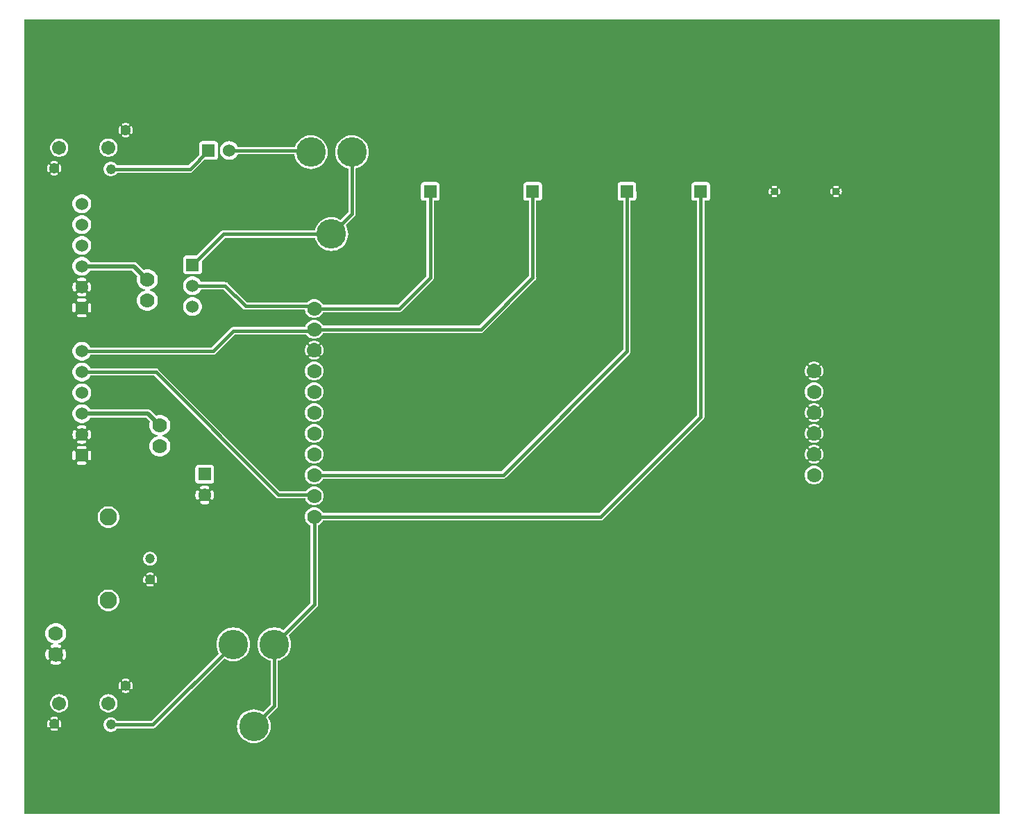
<source format=gbr>
G04 start of page 2 for group 0 idx 0 *
G04 Title: uhx1_board, component *
G04 Creator: pcb 20110918 *
G04 CreationDate: Wed Nov 21 15:50:15 2012 UTC *
G04 For: alpsayin *
G04 Format: Gerber/RS-274X *
G04 PCB-Dimensions: 472441 385827 *
G04 PCB-Coordinate-Origin: lower left *
%MOIN*%
%FSLAX25Y25*%
%LNTOP*%
%ADD30C,0.0300*%
%ADD29C,0.0280*%
%ADD28C,0.0450*%
%ADD27C,0.0380*%
%ADD26C,0.0634*%
%ADD25C,0.0358*%
%ADD24C,0.0793*%
%ADD23C,0.0398*%
%ADD22C,0.0630*%
%ADD21C,0.0360*%
%ADD20C,0.0600*%
%ADD19C,0.0700*%
%ADD18C,0.0674*%
%ADD17C,0.0472*%
%ADD16C,0.0833*%
%ADD15C,0.0488*%
%ADD14C,0.1417*%
%ADD13C,0.0200*%
%ADD12C,0.0150*%
%ADD11C,0.0001*%
G54D11*G36*
X393862Y383859D02*X470352D01*
Y2067D01*
X393862D01*
Y299917D01*
X393930Y299931D01*
X394003Y299958D01*
X394072Y299997D01*
X394134Y300046D01*
X394187Y300104D01*
X394230Y300169D01*
X394262Y300241D01*
X394338Y300474D01*
X394392Y300714D01*
X394424Y300958D01*
X394435Y301203D01*
X394424Y301448D01*
X394392Y301692D01*
X394338Y301932D01*
X394264Y302166D01*
X394232Y302238D01*
X394188Y302303D01*
X394135Y302362D01*
X394073Y302411D01*
X394004Y302449D01*
X393930Y302477D01*
X393862Y302491D01*
Y383859D01*
G37*
G36*
X391633D02*X393862D01*
Y302491D01*
X393853Y302493D01*
X393774Y302496D01*
X393695Y302487D01*
X393619Y302466D01*
X393547Y302433D01*
X393482Y302389D01*
X393423Y302336D01*
X393374Y302274D01*
X393336Y302205D01*
X393308Y302131D01*
X393292Y302054D01*
X393289Y301975D01*
X393298Y301896D01*
X393321Y301821D01*
X393370Y301671D01*
X393404Y301517D01*
X393425Y301361D01*
X393432Y301203D01*
X393425Y301045D01*
X393404Y300889D01*
X393370Y300735D01*
X393322Y300585D01*
X393300Y300509D01*
X393291Y300431D01*
X393294Y300353D01*
X393310Y300276D01*
X393337Y300202D01*
X393376Y300133D01*
X393425Y300072D01*
X393483Y300018D01*
X393548Y299975D01*
X393620Y299942D01*
X393696Y299921D01*
X393774Y299912D01*
X393852Y299915D01*
X393862Y299917D01*
Y2067D01*
X391633D01*
Y298400D01*
X391877Y298411D01*
X392121Y298443D01*
X392361Y298497D01*
X392595Y298571D01*
X392667Y298603D01*
X392732Y298647D01*
X392791Y298700D01*
X392840Y298762D01*
X392878Y298831D01*
X392906Y298905D01*
X392922Y298982D01*
X392925Y299061D01*
X392916Y299140D01*
X392895Y299216D01*
X392862Y299288D01*
X392818Y299353D01*
X392765Y299412D01*
X392703Y299461D01*
X392634Y299499D01*
X392560Y299527D01*
X392483Y299543D01*
X392404Y299546D01*
X392325Y299537D01*
X392250Y299514D01*
X392100Y299465D01*
X391946Y299431D01*
X391790Y299410D01*
X391633Y299403D01*
Y303003D01*
X391790Y302996D01*
X391946Y302975D01*
X392100Y302941D01*
X392250Y302893D01*
X392326Y302871D01*
X392404Y302862D01*
X392482Y302865D01*
X392559Y302881D01*
X392633Y302908D01*
X392702Y302947D01*
X392763Y302996D01*
X392817Y303054D01*
X392860Y303119D01*
X392893Y303191D01*
X392914Y303267D01*
X392923Y303345D01*
X392920Y303423D01*
X392904Y303501D01*
X392877Y303574D01*
X392838Y303643D01*
X392789Y303705D01*
X392731Y303758D01*
X392666Y303801D01*
X392594Y303833D01*
X392361Y303909D01*
X392121Y303963D01*
X391877Y303995D01*
X391633Y304006D01*
Y383859D01*
G37*
G36*
X389402D02*X391633D01*
Y304006D01*
X391632Y304006D01*
X391387Y303995D01*
X391143Y303963D01*
X390903Y303909D01*
X390669Y303835D01*
X390597Y303803D01*
X390532Y303759D01*
X390473Y303706D01*
X390424Y303644D01*
X390386Y303575D01*
X390358Y303501D01*
X390342Y303424D01*
X390339Y303345D01*
X390348Y303266D01*
X390369Y303190D01*
X390402Y303118D01*
X390446Y303053D01*
X390499Y302994D01*
X390561Y302945D01*
X390630Y302907D01*
X390704Y302879D01*
X390781Y302863D01*
X390860Y302860D01*
X390939Y302869D01*
X391014Y302892D01*
X391164Y302941D01*
X391318Y302975D01*
X391474Y302996D01*
X391632Y303003D01*
X391633Y303003D01*
Y299403D01*
X391632Y299403D01*
X391474Y299410D01*
X391318Y299431D01*
X391164Y299465D01*
X391014Y299513D01*
X390938Y299535D01*
X390860Y299544D01*
X390782Y299541D01*
X390705Y299525D01*
X390631Y299498D01*
X390562Y299459D01*
X390501Y299410D01*
X390447Y299352D01*
X390404Y299287D01*
X390371Y299215D01*
X390350Y299139D01*
X390341Y299061D01*
X390344Y298983D01*
X390360Y298905D01*
X390387Y298832D01*
X390426Y298763D01*
X390475Y298701D01*
X390533Y298648D01*
X390598Y298605D01*
X390670Y298573D01*
X390903Y298497D01*
X391143Y298443D01*
X391387Y298411D01*
X391632Y298400D01*
X391633Y298400D01*
Y2067D01*
X389402D01*
Y299915D01*
X389411Y299913D01*
X389490Y299910D01*
X389569Y299919D01*
X389645Y299940D01*
X389717Y299973D01*
X389782Y300017D01*
X389841Y300070D01*
X389890Y300132D01*
X389928Y300201D01*
X389956Y300275D01*
X389972Y300352D01*
X389975Y300431D01*
X389966Y300510D01*
X389943Y300585D01*
X389894Y300735D01*
X389860Y300889D01*
X389839Y301045D01*
X389832Y301203D01*
X389839Y301361D01*
X389860Y301517D01*
X389894Y301671D01*
X389942Y301821D01*
X389964Y301897D01*
X389973Y301975D01*
X389970Y302053D01*
X389954Y302130D01*
X389927Y302204D01*
X389888Y302273D01*
X389839Y302334D01*
X389781Y302388D01*
X389716Y302431D01*
X389644Y302464D01*
X389568Y302485D01*
X389490Y302494D01*
X389412Y302491D01*
X389402Y302489D01*
Y383859D01*
G37*
G36*
X384823D02*X389402D01*
Y302489D01*
X389334Y302475D01*
X389261Y302448D01*
X389192Y302409D01*
X389130Y302360D01*
X389077Y302302D01*
X389034Y302237D01*
X389002Y302165D01*
X388926Y301932D01*
X388872Y301692D01*
X388840Y301448D01*
X388829Y301203D01*
X388840Y300958D01*
X388872Y300714D01*
X388926Y300474D01*
X389000Y300240D01*
X389032Y300168D01*
X389076Y300103D01*
X389129Y300044D01*
X389191Y299995D01*
X389260Y299957D01*
X389334Y299929D01*
X389402Y299915D01*
Y2067D01*
X384823D01*
Y162449D01*
X385125Y162941D01*
X385396Y163595D01*
X385561Y164284D01*
X385603Y164990D01*
X385561Y165696D01*
X385396Y166385D01*
X385125Y167039D01*
X384823Y167531D01*
Y172534D01*
X384874Y172573D01*
X384929Y172629D01*
X384973Y172694D01*
X385167Y173046D01*
X385324Y173416D01*
X385447Y173799D01*
X385536Y174190D01*
X385590Y174589D01*
X385607Y174990D01*
X385590Y175391D01*
X385536Y175790D01*
X385447Y176181D01*
X385324Y176564D01*
X385167Y176934D01*
X384977Y177288D01*
X384932Y177353D01*
X384877Y177410D01*
X384823Y177450D01*
Y182534D01*
X384874Y182573D01*
X384929Y182629D01*
X384973Y182694D01*
X385167Y183046D01*
X385324Y183416D01*
X385447Y183799D01*
X385536Y184190D01*
X385590Y184589D01*
X385607Y184990D01*
X385590Y185391D01*
X385536Y185790D01*
X385447Y186181D01*
X385324Y186564D01*
X385167Y186934D01*
X384977Y187288D01*
X384932Y187353D01*
X384877Y187410D01*
X384823Y187450D01*
Y192534D01*
X384874Y192573D01*
X384929Y192629D01*
X384973Y192694D01*
X385167Y193046D01*
X385324Y193416D01*
X385447Y193799D01*
X385536Y194190D01*
X385590Y194589D01*
X385607Y194990D01*
X385590Y195391D01*
X385536Y195790D01*
X385447Y196181D01*
X385324Y196564D01*
X385167Y196934D01*
X384977Y197288D01*
X384932Y197353D01*
X384877Y197410D01*
X384823Y197450D01*
Y202449D01*
X385125Y202941D01*
X385396Y203595D01*
X385561Y204284D01*
X385603Y204990D01*
X385561Y205696D01*
X385396Y206385D01*
X385125Y207039D01*
X384823Y207531D01*
Y212534D01*
X384874Y212573D01*
X384929Y212629D01*
X384973Y212694D01*
X385167Y213046D01*
X385324Y213416D01*
X385447Y213799D01*
X385536Y214190D01*
X385590Y214589D01*
X385607Y214990D01*
X385590Y215391D01*
X385536Y215790D01*
X385447Y216181D01*
X385324Y216564D01*
X385167Y216934D01*
X384977Y217288D01*
X384932Y217353D01*
X384877Y217410D01*
X384823Y217450D01*
Y383859D01*
G37*
G36*
Y167531D02*X384755Y167643D01*
X384295Y168182D01*
X383756Y168642D01*
X383152Y169012D01*
X382498Y169283D01*
X381809Y169448D01*
X381105Y169504D01*
Y170486D01*
X381504Y170503D01*
X381903Y170557D01*
X382294Y170646D01*
X382677Y170769D01*
X383047Y170926D01*
X383401Y171116D01*
X383466Y171161D01*
X383523Y171216D01*
X383571Y171280D01*
X383607Y171350D01*
X383633Y171425D01*
X383647Y171503D01*
X383648Y171582D01*
X383636Y171661D01*
X383613Y171736D01*
X383578Y171807D01*
X383532Y171872D01*
X383477Y171929D01*
X383414Y171977D01*
X383344Y172014D01*
X383269Y172039D01*
X383191Y172053D01*
X383111Y172054D01*
X383033Y172042D01*
X382957Y172019D01*
X382887Y171983D01*
X382613Y171833D01*
X382326Y171711D01*
X382029Y171615D01*
X381724Y171546D01*
X381415Y171504D01*
X381105Y171490D01*
Y178490D01*
X381415Y178476D01*
X381724Y178434D01*
X382029Y178365D01*
X382326Y178269D01*
X382613Y178147D01*
X382889Y178000D01*
X382958Y177964D01*
X383034Y177941D01*
X383112Y177930D01*
X383190Y177931D01*
X383268Y177944D01*
X383342Y177970D01*
X383412Y178006D01*
X383475Y178054D01*
X383530Y178110D01*
X383575Y178174D01*
X383610Y178245D01*
X383633Y178320D01*
X383644Y178398D01*
X383643Y178477D01*
X383630Y178554D01*
X383604Y178629D01*
X383568Y178698D01*
X383520Y178761D01*
X383464Y178816D01*
X383399Y178860D01*
X383047Y179054D01*
X382677Y179211D01*
X382294Y179334D01*
X381903Y179423D01*
X381504Y179477D01*
X381105Y179494D01*
Y180486D01*
X381504Y180503D01*
X381903Y180557D01*
X382294Y180646D01*
X382677Y180769D01*
X383047Y180926D01*
X383401Y181116D01*
X383466Y181161D01*
X383523Y181216D01*
X383571Y181280D01*
X383607Y181350D01*
X383633Y181425D01*
X383647Y181503D01*
X383648Y181582D01*
X383636Y181661D01*
X383613Y181736D01*
X383578Y181807D01*
X383532Y181872D01*
X383477Y181929D01*
X383414Y181977D01*
X383344Y182014D01*
X383269Y182039D01*
X383191Y182053D01*
X383111Y182054D01*
X383033Y182042D01*
X382957Y182019D01*
X382887Y181983D01*
X382613Y181833D01*
X382326Y181711D01*
X382029Y181615D01*
X381724Y181546D01*
X381415Y181504D01*
X381105Y181490D01*
Y188490D01*
X381415Y188476D01*
X381724Y188434D01*
X382029Y188365D01*
X382326Y188269D01*
X382613Y188147D01*
X382889Y188000D01*
X382958Y187964D01*
X383034Y187941D01*
X383112Y187930D01*
X383190Y187931D01*
X383268Y187944D01*
X383342Y187970D01*
X383412Y188006D01*
X383475Y188054D01*
X383530Y188110D01*
X383575Y188174D01*
X383610Y188245D01*
X383633Y188320D01*
X383644Y188398D01*
X383643Y188477D01*
X383630Y188554D01*
X383604Y188629D01*
X383568Y188698D01*
X383520Y188761D01*
X383464Y188816D01*
X383399Y188860D01*
X383047Y189054D01*
X382677Y189211D01*
X382294Y189334D01*
X381903Y189423D01*
X381504Y189477D01*
X381105Y189494D01*
Y190486D01*
X381504Y190503D01*
X381903Y190557D01*
X382294Y190646D01*
X382677Y190769D01*
X383047Y190926D01*
X383401Y191116D01*
X383466Y191161D01*
X383523Y191216D01*
X383571Y191280D01*
X383607Y191350D01*
X383633Y191425D01*
X383647Y191503D01*
X383648Y191582D01*
X383636Y191661D01*
X383613Y191736D01*
X383578Y191807D01*
X383532Y191872D01*
X383477Y191929D01*
X383414Y191977D01*
X383344Y192014D01*
X383269Y192039D01*
X383191Y192053D01*
X383111Y192054D01*
X383033Y192042D01*
X382957Y192019D01*
X382887Y191983D01*
X382613Y191833D01*
X382326Y191711D01*
X382029Y191615D01*
X381724Y191546D01*
X381415Y191504D01*
X381105Y191490D01*
Y198490D01*
X381415Y198476D01*
X381724Y198434D01*
X382029Y198365D01*
X382326Y198269D01*
X382613Y198147D01*
X382889Y198000D01*
X382958Y197964D01*
X383034Y197941D01*
X383112Y197930D01*
X383190Y197931D01*
X383268Y197944D01*
X383342Y197970D01*
X383412Y198006D01*
X383475Y198054D01*
X383530Y198110D01*
X383575Y198174D01*
X383610Y198245D01*
X383633Y198320D01*
X383644Y198398D01*
X383643Y198477D01*
X383630Y198554D01*
X383604Y198629D01*
X383568Y198698D01*
X383520Y198761D01*
X383464Y198816D01*
X383399Y198860D01*
X383047Y199054D01*
X382677Y199211D01*
X382294Y199334D01*
X381903Y199423D01*
X381504Y199477D01*
X381105Y199494D01*
Y200476D01*
X381809Y200532D01*
X382498Y200697D01*
X383152Y200968D01*
X383756Y201338D01*
X384295Y201798D01*
X384755Y202337D01*
X384823Y202449D01*
Y197450D01*
X384813Y197458D01*
X384743Y197494D01*
X384668Y197520D01*
X384590Y197534D01*
X384511Y197535D01*
X384432Y197523D01*
X384357Y197500D01*
X384286Y197465D01*
X384221Y197419D01*
X384164Y197364D01*
X384116Y197301D01*
X384079Y197231D01*
X384054Y197156D01*
X384040Y197078D01*
X384039Y196998D01*
X384051Y196920D01*
X384074Y196844D01*
X384110Y196774D01*
X384260Y196500D01*
X384382Y196213D01*
X384478Y195916D01*
X384547Y195611D01*
X384589Y195302D01*
X384603Y194990D01*
X384589Y194678D01*
X384547Y194369D01*
X384478Y194064D01*
X384382Y193767D01*
X384260Y193480D01*
X384113Y193204D01*
X384077Y193135D01*
X384054Y193059D01*
X384043Y192981D01*
X384044Y192903D01*
X384057Y192825D01*
X384083Y192751D01*
X384119Y192681D01*
X384167Y192618D01*
X384223Y192563D01*
X384287Y192518D01*
X384358Y192483D01*
X384433Y192460D01*
X384511Y192449D01*
X384590Y192450D01*
X384667Y192463D01*
X384742Y192489D01*
X384811Y192525D01*
X384823Y192534D01*
Y187450D01*
X384813Y187458D01*
X384743Y187494D01*
X384668Y187520D01*
X384590Y187534D01*
X384511Y187535D01*
X384432Y187523D01*
X384357Y187500D01*
X384286Y187465D01*
X384221Y187419D01*
X384164Y187364D01*
X384116Y187301D01*
X384079Y187231D01*
X384054Y187156D01*
X384040Y187078D01*
X384039Y186998D01*
X384051Y186920D01*
X384074Y186844D01*
X384110Y186774D01*
X384260Y186500D01*
X384382Y186213D01*
X384478Y185916D01*
X384547Y185611D01*
X384589Y185302D01*
X384603Y184990D01*
X384589Y184678D01*
X384547Y184369D01*
X384478Y184064D01*
X384382Y183767D01*
X384260Y183480D01*
X384113Y183204D01*
X384077Y183135D01*
X384054Y183059D01*
X384043Y182981D01*
X384044Y182903D01*
X384057Y182825D01*
X384083Y182751D01*
X384119Y182681D01*
X384167Y182618D01*
X384223Y182563D01*
X384287Y182518D01*
X384358Y182483D01*
X384433Y182460D01*
X384511Y182449D01*
X384590Y182450D01*
X384667Y182463D01*
X384742Y182489D01*
X384811Y182525D01*
X384823Y182534D01*
Y177450D01*
X384813Y177458D01*
X384743Y177494D01*
X384668Y177520D01*
X384590Y177534D01*
X384511Y177535D01*
X384432Y177523D01*
X384357Y177500D01*
X384286Y177465D01*
X384221Y177419D01*
X384164Y177364D01*
X384116Y177301D01*
X384079Y177231D01*
X384054Y177156D01*
X384040Y177078D01*
X384039Y176998D01*
X384051Y176920D01*
X384074Y176844D01*
X384110Y176774D01*
X384260Y176500D01*
X384382Y176213D01*
X384478Y175916D01*
X384547Y175611D01*
X384589Y175302D01*
X384603Y174990D01*
X384589Y174678D01*
X384547Y174369D01*
X384478Y174064D01*
X384382Y173767D01*
X384260Y173480D01*
X384113Y173204D01*
X384077Y173135D01*
X384054Y173059D01*
X384043Y172981D01*
X384044Y172903D01*
X384057Y172825D01*
X384083Y172751D01*
X384119Y172681D01*
X384167Y172618D01*
X384223Y172563D01*
X384287Y172518D01*
X384358Y172483D01*
X384433Y172460D01*
X384511Y172449D01*
X384590Y172450D01*
X384667Y172463D01*
X384742Y172489D01*
X384811Y172525D01*
X384823Y172534D01*
Y167531D01*
G37*
G36*
Y2067D02*X381105D01*
Y160476D01*
X381809Y160532D01*
X382498Y160697D01*
X383152Y160968D01*
X383756Y161338D01*
X384295Y161798D01*
X384755Y162337D01*
X384823Y162449D01*
Y2067D01*
G37*
G36*
X381105Y383859D02*X384823D01*
Y217450D01*
X384813Y217458D01*
X384743Y217495D01*
X384668Y217520D01*
X384590Y217534D01*
X384511Y217535D01*
X384432Y217523D01*
X384357Y217500D01*
X384286Y217465D01*
X384221Y217419D01*
X384164Y217364D01*
X384116Y217301D01*
X384079Y217231D01*
X384054Y217156D01*
X384040Y217078D01*
X384039Y216998D01*
X384051Y216920D01*
X384074Y216844D01*
X384110Y216774D01*
X384260Y216500D01*
X384382Y216213D01*
X384478Y215916D01*
X384547Y215611D01*
X384589Y215302D01*
X384603Y214990D01*
X384589Y214678D01*
X384547Y214369D01*
X384478Y214064D01*
X384382Y213767D01*
X384260Y213480D01*
X384113Y213204D01*
X384077Y213135D01*
X384054Y213059D01*
X384043Y212981D01*
X384044Y212903D01*
X384057Y212825D01*
X384083Y212751D01*
X384119Y212681D01*
X384167Y212618D01*
X384223Y212563D01*
X384287Y212518D01*
X384358Y212483D01*
X384433Y212460D01*
X384511Y212449D01*
X384590Y212450D01*
X384667Y212463D01*
X384742Y212489D01*
X384811Y212525D01*
X384823Y212534D01*
Y207531D01*
X384755Y207643D01*
X384295Y208182D01*
X383756Y208642D01*
X383152Y209012D01*
X382498Y209283D01*
X381809Y209448D01*
X381105Y209504D01*
Y210486D01*
X381504Y210503D01*
X381903Y210557D01*
X382294Y210646D01*
X382677Y210769D01*
X383047Y210926D01*
X383401Y211116D01*
X383466Y211161D01*
X383523Y211216D01*
X383571Y211280D01*
X383607Y211350D01*
X383633Y211425D01*
X383647Y211503D01*
X383648Y211582D01*
X383636Y211661D01*
X383613Y211736D01*
X383578Y211807D01*
X383532Y211872D01*
X383477Y211929D01*
X383414Y211977D01*
X383344Y212014D01*
X383269Y212039D01*
X383191Y212053D01*
X383111Y212054D01*
X383033Y212042D01*
X382957Y212019D01*
X382887Y211983D01*
X382613Y211833D01*
X382326Y211711D01*
X382029Y211615D01*
X381724Y211546D01*
X381415Y211504D01*
X381105Y211490D01*
Y218490D01*
X381415Y218476D01*
X381724Y218434D01*
X382029Y218365D01*
X382326Y218269D01*
X382613Y218147D01*
X382889Y218000D01*
X382958Y217964D01*
X383034Y217941D01*
X383112Y217930D01*
X383190Y217931D01*
X383268Y217944D01*
X383342Y217970D01*
X383412Y218006D01*
X383475Y218054D01*
X383530Y218110D01*
X383575Y218174D01*
X383610Y218245D01*
X383633Y218320D01*
X383644Y218398D01*
X383643Y218477D01*
X383630Y218554D01*
X383604Y218629D01*
X383568Y218698D01*
X383520Y218761D01*
X383464Y218816D01*
X383399Y218860D01*
X383047Y219054D01*
X382677Y219211D01*
X382294Y219334D01*
X381903Y219423D01*
X381504Y219477D01*
X381105Y219494D01*
Y383859D01*
G37*
G36*
X377383Y162449D02*X377451Y162337D01*
X377911Y161798D01*
X378450Y161338D01*
X379054Y160968D01*
X379708Y160697D01*
X380397Y160532D01*
X381103Y160476D01*
X381105Y160476D01*
Y2067D01*
X377383D01*
Y162449D01*
G37*
G36*
Y202449D02*X377451Y202337D01*
X377911Y201798D01*
X378450Y201338D01*
X379054Y200968D01*
X379708Y200697D01*
X380397Y200532D01*
X381103Y200476D01*
X381105Y200476D01*
Y199494D01*
X381103Y199494D01*
X380702Y199477D01*
X380303Y199423D01*
X379912Y199334D01*
X379529Y199211D01*
X379159Y199054D01*
X378805Y198864D01*
X378740Y198819D01*
X378683Y198764D01*
X378635Y198700D01*
X378598Y198630D01*
X378573Y198555D01*
X378559Y198477D01*
X378558Y198398D01*
X378570Y198319D01*
X378593Y198244D01*
X378628Y198173D01*
X378674Y198108D01*
X378729Y198051D01*
X378792Y198003D01*
X378862Y197966D01*
X378937Y197941D01*
X379015Y197927D01*
X379095Y197926D01*
X379173Y197938D01*
X379249Y197961D01*
X379319Y197997D01*
X379593Y198147D01*
X379880Y198269D01*
X380177Y198365D01*
X380482Y198434D01*
X380791Y198476D01*
X381103Y198490D01*
X381105Y198490D01*
Y191490D01*
X381103Y191490D01*
X380791Y191504D01*
X380482Y191546D01*
X380177Y191615D01*
X379880Y191711D01*
X379593Y191833D01*
X379317Y191980D01*
X379248Y192016D01*
X379172Y192039D01*
X379094Y192050D01*
X379016Y192049D01*
X378938Y192036D01*
X378864Y192010D01*
X378794Y191974D01*
X378731Y191926D01*
X378676Y191870D01*
X378631Y191806D01*
X378596Y191735D01*
X378573Y191660D01*
X378562Y191582D01*
X378563Y191503D01*
X378576Y191426D01*
X378602Y191351D01*
X378638Y191282D01*
X378686Y191219D01*
X378742Y191164D01*
X378807Y191120D01*
X379159Y190926D01*
X379529Y190769D01*
X379912Y190646D01*
X380303Y190557D01*
X380702Y190503D01*
X381103Y190486D01*
X381105Y190486D01*
Y189494D01*
X381103Y189494D01*
X380702Y189477D01*
X380303Y189423D01*
X379912Y189334D01*
X379529Y189211D01*
X379159Y189054D01*
X378805Y188864D01*
X378740Y188819D01*
X378683Y188764D01*
X378635Y188700D01*
X378598Y188630D01*
X378573Y188555D01*
X378559Y188477D01*
X378558Y188398D01*
X378570Y188319D01*
X378593Y188244D01*
X378628Y188173D01*
X378674Y188108D01*
X378729Y188051D01*
X378792Y188003D01*
X378862Y187966D01*
X378937Y187941D01*
X379015Y187927D01*
X379095Y187926D01*
X379173Y187938D01*
X379249Y187961D01*
X379319Y187997D01*
X379593Y188147D01*
X379880Y188269D01*
X380177Y188365D01*
X380482Y188434D01*
X380791Y188476D01*
X381103Y188490D01*
X381105Y188490D01*
Y181490D01*
X381103Y181490D01*
X380791Y181504D01*
X380482Y181546D01*
X380177Y181615D01*
X379880Y181711D01*
X379593Y181833D01*
X379317Y181980D01*
X379248Y182016D01*
X379172Y182039D01*
X379094Y182050D01*
X379016Y182049D01*
X378938Y182036D01*
X378864Y182010D01*
X378794Y181974D01*
X378731Y181926D01*
X378676Y181870D01*
X378631Y181806D01*
X378596Y181735D01*
X378573Y181660D01*
X378562Y181582D01*
X378563Y181503D01*
X378576Y181426D01*
X378602Y181351D01*
X378638Y181282D01*
X378686Y181219D01*
X378742Y181164D01*
X378807Y181120D01*
X379159Y180926D01*
X379529Y180769D01*
X379912Y180646D01*
X380303Y180557D01*
X380702Y180503D01*
X381103Y180486D01*
X381105Y180486D01*
Y179494D01*
X381103Y179494D01*
X380702Y179477D01*
X380303Y179423D01*
X379912Y179334D01*
X379529Y179211D01*
X379159Y179054D01*
X378805Y178864D01*
X378740Y178819D01*
X378683Y178764D01*
X378635Y178700D01*
X378598Y178630D01*
X378573Y178555D01*
X378559Y178477D01*
X378558Y178398D01*
X378570Y178319D01*
X378593Y178244D01*
X378628Y178173D01*
X378674Y178108D01*
X378729Y178051D01*
X378792Y178003D01*
X378862Y177966D01*
X378937Y177941D01*
X379015Y177927D01*
X379095Y177926D01*
X379173Y177938D01*
X379249Y177961D01*
X379319Y177997D01*
X379593Y178147D01*
X379880Y178269D01*
X380177Y178365D01*
X380482Y178434D01*
X380791Y178476D01*
X381103Y178490D01*
X381105Y178490D01*
Y171490D01*
X381103Y171490D01*
X380791Y171504D01*
X380482Y171546D01*
X380177Y171615D01*
X379880Y171711D01*
X379593Y171833D01*
X379317Y171980D01*
X379248Y172016D01*
X379172Y172039D01*
X379094Y172050D01*
X379016Y172049D01*
X378938Y172036D01*
X378864Y172010D01*
X378794Y171974D01*
X378731Y171926D01*
X378676Y171870D01*
X378631Y171806D01*
X378596Y171735D01*
X378573Y171660D01*
X378562Y171582D01*
X378563Y171503D01*
X378576Y171426D01*
X378602Y171351D01*
X378638Y171282D01*
X378686Y171219D01*
X378742Y171164D01*
X378807Y171120D01*
X379159Y170926D01*
X379529Y170769D01*
X379912Y170646D01*
X380303Y170557D01*
X380702Y170503D01*
X381103Y170486D01*
X381105Y170486D01*
Y169504D01*
X381103Y169504D01*
X380397Y169448D01*
X379708Y169283D01*
X379054Y169012D01*
X378450Y168642D01*
X377911Y168182D01*
X377451Y167643D01*
X377383Y167531D01*
Y172530D01*
X377393Y172522D01*
X377463Y172486D01*
X377538Y172460D01*
X377616Y172446D01*
X377695Y172445D01*
X377774Y172457D01*
X377849Y172480D01*
X377920Y172515D01*
X377985Y172561D01*
X378042Y172616D01*
X378090Y172679D01*
X378126Y172749D01*
X378152Y172824D01*
X378166Y172902D01*
X378167Y172982D01*
X378155Y173060D01*
X378132Y173136D01*
X378096Y173206D01*
X377946Y173480D01*
X377824Y173767D01*
X377728Y174064D01*
X377659Y174369D01*
X377617Y174678D01*
X377603Y174990D01*
X377617Y175302D01*
X377659Y175611D01*
X377728Y175916D01*
X377824Y176213D01*
X377946Y176500D01*
X378093Y176776D01*
X378129Y176845D01*
X378152Y176921D01*
X378163Y176999D01*
X378162Y177077D01*
X378149Y177155D01*
X378123Y177229D01*
X378087Y177299D01*
X378039Y177362D01*
X377983Y177417D01*
X377919Y177462D01*
X377848Y177497D01*
X377773Y177520D01*
X377695Y177531D01*
X377616Y177530D01*
X377539Y177517D01*
X377464Y177491D01*
X377395Y177455D01*
X377383Y177446D01*
Y182530D01*
X377393Y182522D01*
X377463Y182486D01*
X377538Y182460D01*
X377616Y182446D01*
X377695Y182445D01*
X377774Y182457D01*
X377849Y182480D01*
X377920Y182515D01*
X377985Y182561D01*
X378042Y182616D01*
X378090Y182679D01*
X378126Y182749D01*
X378152Y182824D01*
X378166Y182902D01*
X378167Y182982D01*
X378155Y183060D01*
X378132Y183136D01*
X378096Y183206D01*
X377946Y183480D01*
X377824Y183767D01*
X377728Y184064D01*
X377659Y184369D01*
X377617Y184678D01*
X377603Y184990D01*
X377617Y185302D01*
X377659Y185611D01*
X377728Y185916D01*
X377824Y186213D01*
X377946Y186500D01*
X378093Y186776D01*
X378129Y186845D01*
X378152Y186921D01*
X378163Y186999D01*
X378162Y187077D01*
X378149Y187155D01*
X378123Y187229D01*
X378087Y187299D01*
X378039Y187362D01*
X377983Y187417D01*
X377919Y187462D01*
X377848Y187497D01*
X377773Y187520D01*
X377695Y187531D01*
X377616Y187530D01*
X377539Y187517D01*
X377464Y187491D01*
X377395Y187455D01*
X377383Y187446D01*
Y192530D01*
X377393Y192522D01*
X377463Y192486D01*
X377538Y192460D01*
X377616Y192446D01*
X377695Y192445D01*
X377774Y192457D01*
X377849Y192480D01*
X377920Y192515D01*
X377985Y192561D01*
X378042Y192616D01*
X378090Y192679D01*
X378126Y192749D01*
X378152Y192824D01*
X378166Y192902D01*
X378167Y192982D01*
X378155Y193060D01*
X378132Y193136D01*
X378096Y193206D01*
X377946Y193480D01*
X377824Y193767D01*
X377728Y194064D01*
X377659Y194369D01*
X377617Y194678D01*
X377603Y194990D01*
X377617Y195302D01*
X377659Y195611D01*
X377728Y195916D01*
X377824Y196213D01*
X377946Y196500D01*
X378093Y196776D01*
X378129Y196845D01*
X378152Y196921D01*
X378163Y196999D01*
X378162Y197077D01*
X378149Y197155D01*
X378123Y197229D01*
X378087Y197299D01*
X378039Y197362D01*
X377983Y197417D01*
X377919Y197462D01*
X377848Y197497D01*
X377773Y197520D01*
X377695Y197531D01*
X377616Y197530D01*
X377539Y197517D01*
X377464Y197491D01*
X377395Y197455D01*
X377383Y197446D01*
Y202449D01*
G37*
G36*
Y383859D02*X381105D01*
Y219494D01*
X381103Y219494D01*
X380702Y219477D01*
X380303Y219423D01*
X379912Y219334D01*
X379529Y219211D01*
X379159Y219054D01*
X378805Y218864D01*
X378740Y218819D01*
X378683Y218764D01*
X378635Y218700D01*
X378598Y218630D01*
X378573Y218555D01*
X378559Y218477D01*
X378558Y218398D01*
X378570Y218319D01*
X378593Y218244D01*
X378628Y218173D01*
X378674Y218108D01*
X378729Y218051D01*
X378792Y218003D01*
X378862Y217966D01*
X378937Y217941D01*
X379015Y217927D01*
X379095Y217926D01*
X379173Y217938D01*
X379249Y217961D01*
X379319Y217997D01*
X379593Y218147D01*
X379880Y218269D01*
X380177Y218365D01*
X380482Y218434D01*
X380791Y218476D01*
X381103Y218490D01*
X381105Y218490D01*
Y211490D01*
X381103Y211490D01*
X380791Y211504D01*
X380482Y211546D01*
X380177Y211615D01*
X379880Y211711D01*
X379593Y211833D01*
X379317Y211980D01*
X379248Y212016D01*
X379172Y212039D01*
X379094Y212050D01*
X379016Y212049D01*
X378938Y212036D01*
X378864Y212010D01*
X378794Y211974D01*
X378731Y211926D01*
X378676Y211870D01*
X378631Y211806D01*
X378596Y211735D01*
X378573Y211660D01*
X378562Y211582D01*
X378563Y211503D01*
X378576Y211426D01*
X378602Y211351D01*
X378638Y211282D01*
X378686Y211219D01*
X378742Y211164D01*
X378807Y211120D01*
X379159Y210926D01*
X379529Y210769D01*
X379912Y210646D01*
X380303Y210557D01*
X380702Y210503D01*
X381103Y210486D01*
X381105Y210486D01*
Y209504D01*
X381103Y209504D01*
X380397Y209448D01*
X379708Y209283D01*
X379054Y209012D01*
X378450Y208642D01*
X377911Y208182D01*
X377451Y207643D01*
X377383Y207531D01*
Y212530D01*
X377393Y212522D01*
X377463Y212486D01*
X377538Y212460D01*
X377616Y212446D01*
X377695Y212445D01*
X377774Y212457D01*
X377849Y212480D01*
X377920Y212515D01*
X377985Y212561D01*
X378042Y212616D01*
X378090Y212679D01*
X378126Y212749D01*
X378152Y212824D01*
X378166Y212902D01*
X378167Y212982D01*
X378155Y213060D01*
X378132Y213136D01*
X378096Y213206D01*
X377946Y213480D01*
X377824Y213767D01*
X377728Y214064D01*
X377659Y214369D01*
X377617Y214678D01*
X377603Y214990D01*
X377617Y215302D01*
X377659Y215611D01*
X377728Y215916D01*
X377824Y216213D01*
X377946Y216500D01*
X378093Y216776D01*
X378129Y216845D01*
X378152Y216921D01*
X378163Y216999D01*
X378162Y217077D01*
X378149Y217155D01*
X378123Y217229D01*
X378087Y217299D01*
X378039Y217362D01*
X377983Y217417D01*
X377919Y217462D01*
X377848Y217497D01*
X377773Y217520D01*
X377695Y217531D01*
X377616Y217530D01*
X377539Y217517D01*
X377464Y217491D01*
X377395Y217455D01*
X377383Y217446D01*
Y383859D01*
G37*
G36*
X364342D02*X377383D01*
Y217446D01*
X377332Y217407D01*
X377277Y217351D01*
X377233Y217286D01*
X377039Y216934D01*
X376882Y216564D01*
X376759Y216181D01*
X376670Y215790D01*
X376616Y215391D01*
X376599Y214990D01*
X376616Y214589D01*
X376670Y214190D01*
X376759Y213799D01*
X376882Y213416D01*
X377039Y213046D01*
X377229Y212692D01*
X377274Y212627D01*
X377329Y212570D01*
X377383Y212530D01*
Y207531D01*
X377081Y207039D01*
X376810Y206385D01*
X376645Y205696D01*
X376589Y204990D01*
X376645Y204284D01*
X376810Y203595D01*
X377081Y202941D01*
X377383Y202449D01*
Y197446D01*
X377332Y197407D01*
X377277Y197351D01*
X377233Y197286D01*
X377039Y196934D01*
X376882Y196564D01*
X376759Y196181D01*
X376670Y195790D01*
X376616Y195391D01*
X376599Y194990D01*
X376616Y194589D01*
X376670Y194190D01*
X376759Y193799D01*
X376882Y193416D01*
X377039Y193046D01*
X377229Y192692D01*
X377274Y192627D01*
X377329Y192570D01*
X377383Y192530D01*
Y187446D01*
X377332Y187407D01*
X377277Y187351D01*
X377233Y187286D01*
X377039Y186934D01*
X376882Y186564D01*
X376759Y186181D01*
X376670Y185790D01*
X376616Y185391D01*
X376599Y184990D01*
X376616Y184589D01*
X376670Y184190D01*
X376759Y183799D01*
X376882Y183416D01*
X377039Y183046D01*
X377229Y182692D01*
X377274Y182627D01*
X377329Y182570D01*
X377383Y182530D01*
Y177446D01*
X377332Y177407D01*
X377277Y177351D01*
X377233Y177286D01*
X377039Y176934D01*
X376882Y176564D01*
X376759Y176181D01*
X376670Y175790D01*
X376616Y175391D01*
X376599Y174990D01*
X376616Y174589D01*
X376670Y174190D01*
X376759Y173799D01*
X376882Y173416D01*
X377039Y173046D01*
X377229Y172692D01*
X377274Y172627D01*
X377329Y172570D01*
X377383Y172530D01*
Y167531D01*
X377081Y167039D01*
X376810Y166385D01*
X376645Y165696D01*
X376589Y164990D01*
X376645Y164284D01*
X376810Y163595D01*
X377081Y162941D01*
X377383Y162449D01*
Y2067D01*
X364342D01*
Y299917D01*
X364410Y299931D01*
X364483Y299958D01*
X364552Y299997D01*
X364614Y300046D01*
X364667Y300104D01*
X364710Y300169D01*
X364742Y300241D01*
X364818Y300474D01*
X364872Y300714D01*
X364904Y300958D01*
X364915Y301203D01*
X364904Y301448D01*
X364872Y301692D01*
X364818Y301932D01*
X364744Y302166D01*
X364712Y302238D01*
X364668Y302303D01*
X364615Y302362D01*
X364553Y302411D01*
X364484Y302449D01*
X364410Y302477D01*
X364342Y302491D01*
Y383859D01*
G37*
G36*
X362113D02*X364342D01*
Y302491D01*
X364333Y302493D01*
X364254Y302496D01*
X364175Y302487D01*
X364099Y302466D01*
X364027Y302433D01*
X363962Y302389D01*
X363903Y302336D01*
X363854Y302274D01*
X363816Y302205D01*
X363788Y302131D01*
X363772Y302054D01*
X363769Y301975D01*
X363778Y301896D01*
X363801Y301821D01*
X363850Y301671D01*
X363884Y301517D01*
X363905Y301361D01*
X363912Y301203D01*
X363905Y301045D01*
X363884Y300889D01*
X363850Y300735D01*
X363802Y300585D01*
X363780Y300509D01*
X363771Y300431D01*
X363774Y300353D01*
X363790Y300276D01*
X363817Y300202D01*
X363856Y300133D01*
X363905Y300072D01*
X363963Y300018D01*
X364028Y299975D01*
X364100Y299942D01*
X364176Y299921D01*
X364254Y299912D01*
X364332Y299915D01*
X364342Y299917D01*
Y2067D01*
X362113D01*
Y298400D01*
X362357Y298411D01*
X362601Y298443D01*
X362841Y298497D01*
X363075Y298571D01*
X363147Y298603D01*
X363212Y298647D01*
X363271Y298700D01*
X363320Y298762D01*
X363358Y298831D01*
X363386Y298905D01*
X363402Y298982D01*
X363405Y299061D01*
X363396Y299140D01*
X363375Y299216D01*
X363342Y299288D01*
X363298Y299353D01*
X363245Y299412D01*
X363183Y299461D01*
X363114Y299499D01*
X363040Y299527D01*
X362963Y299543D01*
X362884Y299546D01*
X362805Y299537D01*
X362730Y299514D01*
X362580Y299465D01*
X362426Y299431D01*
X362270Y299410D01*
X362113Y299403D01*
Y303003D01*
X362270Y302996D01*
X362426Y302975D01*
X362580Y302941D01*
X362730Y302893D01*
X362806Y302871D01*
X362884Y302862D01*
X362962Y302865D01*
X363039Y302881D01*
X363113Y302908D01*
X363182Y302947D01*
X363243Y302996D01*
X363297Y303054D01*
X363340Y303119D01*
X363373Y303191D01*
X363394Y303267D01*
X363403Y303345D01*
X363400Y303423D01*
X363384Y303501D01*
X363357Y303574D01*
X363318Y303643D01*
X363269Y303705D01*
X363211Y303758D01*
X363146Y303801D01*
X363074Y303833D01*
X362841Y303909D01*
X362601Y303963D01*
X362357Y303995D01*
X362113Y304006D01*
Y383859D01*
G37*
G36*
X359882D02*X362113D01*
Y304006D01*
X362112Y304006D01*
X361867Y303995D01*
X361623Y303963D01*
X361383Y303909D01*
X361149Y303835D01*
X361077Y303803D01*
X361012Y303759D01*
X360953Y303706D01*
X360904Y303644D01*
X360866Y303575D01*
X360838Y303501D01*
X360822Y303424D01*
X360819Y303345D01*
X360828Y303266D01*
X360849Y303190D01*
X360882Y303118D01*
X360926Y303053D01*
X360979Y302994D01*
X361041Y302945D01*
X361110Y302907D01*
X361184Y302879D01*
X361261Y302863D01*
X361340Y302860D01*
X361419Y302869D01*
X361494Y302892D01*
X361644Y302941D01*
X361798Y302975D01*
X361954Y302996D01*
X362112Y303003D01*
X362113Y303003D01*
Y299403D01*
X362112Y299403D01*
X361954Y299410D01*
X361798Y299431D01*
X361644Y299465D01*
X361494Y299513D01*
X361418Y299535D01*
X361340Y299544D01*
X361262Y299541D01*
X361185Y299525D01*
X361111Y299498D01*
X361042Y299459D01*
X360981Y299410D01*
X360927Y299352D01*
X360884Y299287D01*
X360851Y299215D01*
X360830Y299139D01*
X360821Y299061D01*
X360824Y298983D01*
X360840Y298905D01*
X360867Y298832D01*
X360906Y298763D01*
X360955Y298701D01*
X361013Y298648D01*
X361078Y298605D01*
X361150Y298573D01*
X361383Y298497D01*
X361623Y298443D01*
X361867Y298411D01*
X362112Y298400D01*
X362113Y298400D01*
Y2067D01*
X359882D01*
Y299915D01*
X359891Y299913D01*
X359970Y299910D01*
X360049Y299919D01*
X360125Y299940D01*
X360197Y299973D01*
X360262Y300017D01*
X360321Y300070D01*
X360370Y300132D01*
X360408Y300201D01*
X360436Y300275D01*
X360452Y300352D01*
X360455Y300431D01*
X360446Y300510D01*
X360423Y300585D01*
X360374Y300735D01*
X360340Y300889D01*
X360319Y301045D01*
X360312Y301203D01*
X360319Y301361D01*
X360340Y301517D01*
X360374Y301671D01*
X360422Y301821D01*
X360444Y301897D01*
X360453Y301975D01*
X360450Y302053D01*
X360434Y302130D01*
X360407Y302204D01*
X360368Y302273D01*
X360319Y302334D01*
X360261Y302388D01*
X360196Y302431D01*
X360124Y302464D01*
X360048Y302485D01*
X359970Y302494D01*
X359892Y302491D01*
X359882Y302489D01*
Y383859D01*
G37*
G36*
X216177D02*X359882D01*
Y302489D01*
X359814Y302475D01*
X359741Y302448D01*
X359672Y302409D01*
X359610Y302360D01*
X359557Y302302D01*
X359514Y302237D01*
X359482Y302165D01*
X359406Y301932D01*
X359352Y301692D01*
X359320Y301448D01*
X359309Y301203D01*
X359320Y300958D01*
X359352Y300714D01*
X359406Y300474D01*
X359480Y300240D01*
X359512Y300168D01*
X359556Y300103D01*
X359609Y300044D01*
X359671Y299995D01*
X359740Y299957D01*
X359814Y299929D01*
X359882Y299915D01*
Y2067D01*
X216177D01*
Y143240D01*
X278646D01*
X278715Y143235D01*
X278989Y143256D01*
X278990Y143256D01*
X279257Y143321D01*
X279512Y143426D01*
X279747Y143570D01*
X279956Y143749D01*
X280001Y143801D01*
X327877Y191677D01*
X327929Y191722D01*
X328108Y191931D01*
X328252Y192166D01*
X328357Y192421D01*
X328422Y192688D01*
X328443Y192963D01*
X328438Y193032D01*
Y296714D01*
X329923Y296717D01*
X330153Y296772D01*
X330371Y296862D01*
X330572Y296986D01*
X330752Y297139D01*
X330905Y297319D01*
X331029Y297520D01*
X331119Y297738D01*
X331174Y297968D01*
X331188Y298203D01*
X331174Y304438D01*
X331119Y304668D01*
X331029Y304886D01*
X330905Y305087D01*
X330752Y305267D01*
X330572Y305420D01*
X330371Y305544D01*
X330153Y305634D01*
X329923Y305689D01*
X329688Y305703D01*
X323453Y305689D01*
X323223Y305634D01*
X323005Y305544D01*
X322804Y305420D01*
X322624Y305267D01*
X322471Y305087D01*
X322347Y304886D01*
X322257Y304668D01*
X322202Y304438D01*
X322188Y304203D01*
X322202Y297968D01*
X322257Y297738D01*
X322347Y297520D01*
X322471Y297319D01*
X322624Y297139D01*
X322804Y296986D01*
X323005Y296862D01*
X323223Y296772D01*
X323453Y296717D01*
X323688Y296703D01*
X324938Y296706D01*
Y193688D01*
X277990Y146740D01*
X216177D01*
Y163240D01*
X231734D01*
X231803Y163235D01*
X232077Y163256D01*
X232078Y163256D01*
X232345Y163321D01*
X232600Y163426D01*
X232835Y163570D01*
X233044Y163749D01*
X233089Y163801D01*
X292453Y223165D01*
X292505Y223210D01*
X292684Y223419D01*
X292684Y223419D01*
X292828Y223654D01*
X292933Y223909D01*
X292998Y224176D01*
X293019Y224451D01*
X293014Y224520D01*
Y296714D01*
X294499Y296717D01*
X294729Y296772D01*
X294947Y296862D01*
X295148Y296986D01*
X295328Y297139D01*
X295481Y297319D01*
X295605Y297520D01*
X295695Y297738D01*
X295750Y297968D01*
X295764Y298203D01*
X295750Y304438D01*
X295695Y304668D01*
X295605Y304886D01*
X295481Y305087D01*
X295328Y305267D01*
X295148Y305420D01*
X294947Y305544D01*
X294729Y305634D01*
X294499Y305689D01*
X294264Y305703D01*
X288029Y305689D01*
X287799Y305634D01*
X287581Y305544D01*
X287380Y305420D01*
X287200Y305267D01*
X287047Y305087D01*
X286923Y304886D01*
X286833Y304668D01*
X286778Y304438D01*
X286764Y304203D01*
X286778Y297968D01*
X286833Y297738D01*
X286923Y297520D01*
X287047Y297319D01*
X287200Y297139D01*
X287380Y296986D01*
X287581Y296862D01*
X287799Y296772D01*
X288029Y296717D01*
X288264Y296703D01*
X289514Y296706D01*
Y225176D01*
X231078Y166740D01*
X216177D01*
Y233240D01*
X221046D01*
X221115Y233235D01*
X221389Y233256D01*
X221390Y233256D01*
X221657Y233321D01*
X221912Y233426D01*
X222147Y233570D01*
X222356Y233749D01*
X222401Y233801D01*
X247189Y258589D01*
X247241Y258634D01*
X247420Y258843D01*
X247420Y258843D01*
X247564Y259078D01*
X247669Y259333D01*
X247734Y259600D01*
X247755Y259875D01*
X247750Y259944D01*
Y296714D01*
X249235Y296717D01*
X249465Y296772D01*
X249683Y296862D01*
X249884Y296986D01*
X250064Y297139D01*
X250217Y297319D01*
X250341Y297520D01*
X250431Y297738D01*
X250486Y297968D01*
X250500Y298203D01*
X250486Y304438D01*
X250431Y304668D01*
X250341Y304886D01*
X250217Y305087D01*
X250064Y305267D01*
X249884Y305420D01*
X249683Y305544D01*
X249465Y305634D01*
X249235Y305689D01*
X249000Y305703D01*
X242765Y305689D01*
X242535Y305634D01*
X242317Y305544D01*
X242116Y305420D01*
X241936Y305267D01*
X241783Y305087D01*
X241659Y304886D01*
X241569Y304668D01*
X241514Y304438D01*
X241500Y304203D01*
X241514Y297968D01*
X241569Y297738D01*
X241659Y297520D01*
X241783Y297319D01*
X241936Y297139D01*
X242116Y296986D01*
X242317Y296862D01*
X242535Y296772D01*
X242765Y296717D01*
X243000Y296703D01*
X244250Y296706D01*
Y260600D01*
X220390Y236740D01*
X216177D01*
Y383859D01*
G37*
G36*
X144823Y232449D02*X145125Y232941D01*
X145249Y233240D01*
X216177D01*
Y166740D01*
X145249D01*
X145125Y167039D01*
X144823Y167531D01*
Y172449D01*
X145125Y172941D01*
X145396Y173595D01*
X145561Y174284D01*
X145603Y174990D01*
X145561Y175696D01*
X145396Y176385D01*
X145125Y177039D01*
X144823Y177531D01*
Y182449D01*
X145125Y182941D01*
X145396Y183595D01*
X145561Y184284D01*
X145603Y184990D01*
X145561Y185696D01*
X145396Y186385D01*
X145125Y187039D01*
X144823Y187531D01*
Y192449D01*
X145125Y192941D01*
X145396Y193595D01*
X145561Y194284D01*
X145603Y194990D01*
X145561Y195696D01*
X145396Y196385D01*
X145125Y197039D01*
X144823Y197531D01*
Y202449D01*
X145125Y202941D01*
X145396Y203595D01*
X145561Y204284D01*
X145603Y204990D01*
X145561Y205696D01*
X145396Y206385D01*
X145125Y207039D01*
X144823Y207531D01*
Y212449D01*
X145125Y212941D01*
X145396Y213595D01*
X145561Y214284D01*
X145603Y214990D01*
X145561Y215696D01*
X145396Y216385D01*
X145125Y217039D01*
X144823Y217531D01*
Y222534D01*
X144874Y222573D01*
X144929Y222629D01*
X144973Y222694D01*
X145167Y223046D01*
X145324Y223416D01*
X145447Y223799D01*
X145536Y224190D01*
X145590Y224589D01*
X145607Y224990D01*
X145590Y225391D01*
X145536Y225790D01*
X145447Y226181D01*
X145324Y226564D01*
X145167Y226934D01*
X144977Y227288D01*
X144932Y227353D01*
X144877Y227410D01*
X144823Y227450D01*
Y232449D01*
G37*
G36*
Y207531D02*X144755Y207643D01*
X144295Y208182D01*
X143756Y208642D01*
X143152Y209012D01*
X142498Y209283D01*
X141809Y209448D01*
X141103Y209504D01*
X141096Y209503D01*
Y210477D01*
X141103Y210476D01*
X141809Y210532D01*
X142498Y210697D01*
X143152Y210968D01*
X143756Y211338D01*
X144295Y211798D01*
X144755Y212337D01*
X144823Y212449D01*
Y207531D01*
G37*
G36*
Y197531D02*X144755Y197643D01*
X144295Y198182D01*
X143756Y198642D01*
X143152Y199012D01*
X142498Y199283D01*
X141809Y199448D01*
X141103Y199504D01*
X141096Y199503D01*
Y200477D01*
X141103Y200476D01*
X141809Y200532D01*
X142498Y200697D01*
X143152Y200968D01*
X143756Y201338D01*
X144295Y201798D01*
X144755Y202337D01*
X144823Y202449D01*
Y197531D01*
G37*
G36*
Y187531D02*X144755Y187643D01*
X144295Y188182D01*
X143756Y188642D01*
X143152Y189012D01*
X142498Y189283D01*
X141809Y189448D01*
X141103Y189504D01*
X141096Y189503D01*
Y190477D01*
X141103Y190476D01*
X141809Y190532D01*
X142498Y190697D01*
X143152Y190968D01*
X143756Y191338D01*
X144295Y191798D01*
X144755Y192337D01*
X144823Y192449D01*
Y187531D01*
G37*
G36*
Y177531D02*X144755Y177643D01*
X144295Y178182D01*
X143756Y178642D01*
X143152Y179012D01*
X142498Y179283D01*
X141809Y179448D01*
X141103Y179504D01*
X141096Y179503D01*
Y180477D01*
X141103Y180476D01*
X141809Y180532D01*
X142498Y180697D01*
X143152Y180968D01*
X143756Y181338D01*
X144295Y181798D01*
X144755Y182337D01*
X144823Y182449D01*
Y177531D01*
G37*
G36*
Y167531D02*X144755Y167643D01*
X144295Y168182D01*
X143756Y168642D01*
X143152Y169012D01*
X142498Y169283D01*
X141809Y169448D01*
X141103Y169504D01*
X141096Y169503D01*
Y170477D01*
X141103Y170476D01*
X141809Y170532D01*
X142498Y170697D01*
X143152Y170968D01*
X143756Y171338D01*
X144295Y171798D01*
X144755Y172337D01*
X144823Y172449D01*
Y167531D01*
G37*
G36*
X141096Y230477D02*X141103Y230476D01*
X141809Y230532D01*
X142498Y230697D01*
X143152Y230968D01*
X143756Y231338D01*
X144295Y231798D01*
X144755Y232337D01*
X144823Y232449D01*
Y227450D01*
X144813Y227458D01*
X144743Y227495D01*
X144668Y227520D01*
X144590Y227534D01*
X144511Y227535D01*
X144432Y227523D01*
X144357Y227500D01*
X144286Y227465D01*
X144221Y227419D01*
X144164Y227364D01*
X144116Y227301D01*
X144079Y227231D01*
X144054Y227156D01*
X144040Y227078D01*
X144039Y226998D01*
X144051Y226920D01*
X144074Y226844D01*
X144110Y226774D01*
X144260Y226500D01*
X144382Y226213D01*
X144478Y225916D01*
X144547Y225611D01*
X144589Y225302D01*
X144603Y224990D01*
X144589Y224678D01*
X144547Y224369D01*
X144478Y224064D01*
X144382Y223767D01*
X144260Y223480D01*
X144113Y223204D01*
X144077Y223135D01*
X144054Y223059D01*
X144043Y222981D01*
X144044Y222903D01*
X144057Y222825D01*
X144083Y222751D01*
X144119Y222681D01*
X144167Y222618D01*
X144223Y222563D01*
X144287Y222518D01*
X144358Y222483D01*
X144433Y222460D01*
X144511Y222449D01*
X144590Y222450D01*
X144667Y222463D01*
X144742Y222489D01*
X144811Y222525D01*
X144823Y222534D01*
Y217531D01*
X144755Y217643D01*
X144295Y218182D01*
X143756Y218642D01*
X143152Y219012D01*
X142498Y219283D01*
X141809Y219448D01*
X141103Y219504D01*
X141096Y219503D01*
Y220486D01*
X141103Y220486D01*
X141504Y220503D01*
X141903Y220557D01*
X142294Y220646D01*
X142677Y220769D01*
X143047Y220926D01*
X143401Y221116D01*
X143466Y221161D01*
X143523Y221216D01*
X143571Y221280D01*
X143607Y221350D01*
X143633Y221425D01*
X143647Y221503D01*
X143648Y221582D01*
X143636Y221661D01*
X143613Y221736D01*
X143578Y221807D01*
X143532Y221872D01*
X143477Y221929D01*
X143414Y221977D01*
X143344Y222014D01*
X143269Y222039D01*
X143191Y222053D01*
X143111Y222054D01*
X143033Y222042D01*
X142957Y222019D01*
X142887Y221983D01*
X142613Y221833D01*
X142326Y221711D01*
X142029Y221615D01*
X141724Y221546D01*
X141415Y221504D01*
X141103Y221490D01*
X141096Y221490D01*
Y228490D01*
X141103Y228490D01*
X141415Y228476D01*
X141724Y228434D01*
X142029Y228365D01*
X142326Y228269D01*
X142613Y228147D01*
X142889Y228000D01*
X142958Y227964D01*
X143034Y227941D01*
X143112Y227930D01*
X143190Y227931D01*
X143268Y227944D01*
X143342Y227970D01*
X143412Y228006D01*
X143475Y228054D01*
X143530Y228110D01*
X143575Y228174D01*
X143610Y228245D01*
X143633Y228320D01*
X143644Y228398D01*
X143643Y228477D01*
X143630Y228554D01*
X143604Y228629D01*
X143568Y228698D01*
X143520Y228761D01*
X143464Y228816D01*
X143399Y228860D01*
X143047Y229054D01*
X142677Y229211D01*
X142294Y229334D01*
X141903Y229423D01*
X141504Y229477D01*
X141103Y229494D01*
X141096Y229494D01*
Y230477D01*
G37*
G36*
X216177Y146740D02*X145249D01*
X145125Y147039D01*
X144755Y147643D01*
X144295Y148182D01*
X143756Y148642D01*
X143152Y149012D01*
X142498Y149283D01*
X141809Y149448D01*
X141103Y149504D01*
X141096Y149503D01*
Y150477D01*
X141103Y150476D01*
X141809Y150532D01*
X142498Y150697D01*
X143152Y150968D01*
X143756Y151338D01*
X144295Y151798D01*
X144755Y152337D01*
X145125Y152941D01*
X145396Y153595D01*
X145561Y154284D01*
X145603Y154990D01*
X145561Y155696D01*
X145396Y156385D01*
X145125Y157039D01*
X144755Y157643D01*
X144295Y158182D01*
X143756Y158642D01*
X143152Y159012D01*
X142498Y159283D01*
X141809Y159448D01*
X141103Y159504D01*
X141096Y159503D01*
Y160477D01*
X141103Y160476D01*
X141809Y160532D01*
X142498Y160697D01*
X143152Y160968D01*
X143756Y161338D01*
X144295Y161798D01*
X144755Y162337D01*
X145125Y162941D01*
X145249Y163240D01*
X216177D01*
Y146740D01*
G37*
G36*
X137383Y172449D02*X137451Y172337D01*
X137911Y171798D01*
X138450Y171338D01*
X139054Y170968D01*
X139708Y170697D01*
X140397Y170532D01*
X141096Y170477D01*
Y169503D01*
X140397Y169448D01*
X139708Y169283D01*
X139054Y169012D01*
X138450Y168642D01*
X137911Y168182D01*
X137451Y167643D01*
X137383Y167531D01*
Y172449D01*
G37*
G36*
Y182449D02*X137451Y182337D01*
X137911Y181798D01*
X138450Y181338D01*
X139054Y180968D01*
X139708Y180697D01*
X140397Y180532D01*
X141096Y180477D01*
Y179503D01*
X140397Y179448D01*
X139708Y179283D01*
X139054Y179012D01*
X138450Y178642D01*
X137911Y178182D01*
X137451Y177643D01*
X137383Y177531D01*
Y182449D01*
G37*
G36*
Y192449D02*X137451Y192337D01*
X137911Y191798D01*
X138450Y191338D01*
X139054Y190968D01*
X139708Y190697D01*
X140397Y190532D01*
X141096Y190477D01*
Y189503D01*
X140397Y189448D01*
X139708Y189283D01*
X139054Y189012D01*
X138450Y188642D01*
X137911Y188182D01*
X137451Y187643D01*
X137383Y187531D01*
Y192449D01*
G37*
G36*
Y202449D02*X137451Y202337D01*
X137911Y201798D01*
X138450Y201338D01*
X139054Y200968D01*
X139708Y200697D01*
X140397Y200532D01*
X141096Y200477D01*
Y199503D01*
X140397Y199448D01*
X139708Y199283D01*
X139054Y199012D01*
X138450Y198642D01*
X137911Y198182D01*
X137451Y197643D01*
X137383Y197531D01*
Y202449D01*
G37*
G36*
Y212449D02*X137451Y212337D01*
X137911Y211798D01*
X138450Y211338D01*
X139054Y210968D01*
X139708Y210697D01*
X140397Y210532D01*
X141096Y210477D01*
Y209503D01*
X140397Y209448D01*
X139708Y209283D01*
X139054Y209012D01*
X138450Y208642D01*
X137911Y208182D01*
X137451Y207643D01*
X137383Y207531D01*
Y212449D01*
G37*
G36*
Y232449D02*X137451Y232337D01*
X137911Y231798D01*
X138450Y231338D01*
X139054Y230968D01*
X139708Y230697D01*
X140397Y230532D01*
X141096Y230477D01*
Y229494D01*
X140702Y229477D01*
X140303Y229423D01*
X139912Y229334D01*
X139529Y229211D01*
X139159Y229054D01*
X138805Y228864D01*
X138740Y228819D01*
X138683Y228764D01*
X138635Y228700D01*
X138598Y228630D01*
X138573Y228555D01*
X138559Y228477D01*
X138558Y228398D01*
X138570Y228319D01*
X138593Y228244D01*
X138628Y228173D01*
X138674Y228108D01*
X138729Y228051D01*
X138792Y228003D01*
X138862Y227966D01*
X138937Y227941D01*
X139015Y227927D01*
X139095Y227926D01*
X139173Y227938D01*
X139249Y227961D01*
X139319Y227997D01*
X139593Y228147D01*
X139880Y228269D01*
X140177Y228365D01*
X140482Y228434D01*
X140791Y228476D01*
X141096Y228490D01*
Y221490D01*
X140791Y221504D01*
X140482Y221546D01*
X140177Y221615D01*
X139880Y221711D01*
X139593Y221833D01*
X139317Y221980D01*
X139248Y222016D01*
X139172Y222039D01*
X139094Y222050D01*
X139016Y222049D01*
X138938Y222036D01*
X138864Y222010D01*
X138794Y221974D01*
X138731Y221926D01*
X138676Y221870D01*
X138631Y221806D01*
X138596Y221735D01*
X138573Y221660D01*
X138562Y221582D01*
X138563Y221503D01*
X138576Y221426D01*
X138602Y221351D01*
X138638Y221282D01*
X138686Y221219D01*
X138742Y221164D01*
X138807Y221120D01*
X139159Y220926D01*
X139529Y220769D01*
X139912Y220646D01*
X140303Y220557D01*
X140702Y220503D01*
X141096Y220486D01*
Y219503D01*
X140397Y219448D01*
X139708Y219283D01*
X139054Y219012D01*
X138450Y218642D01*
X137911Y218182D01*
X137451Y217643D01*
X137383Y217531D01*
Y222530D01*
X137393Y222522D01*
X137463Y222486D01*
X137538Y222460D01*
X137616Y222446D01*
X137695Y222445D01*
X137774Y222457D01*
X137849Y222480D01*
X137920Y222515D01*
X137985Y222561D01*
X138042Y222616D01*
X138090Y222679D01*
X138126Y222749D01*
X138152Y222824D01*
X138166Y222902D01*
X138167Y222982D01*
X138155Y223060D01*
X138132Y223136D01*
X138096Y223206D01*
X137946Y223480D01*
X137824Y223767D01*
X137728Y224064D01*
X137659Y224369D01*
X137617Y224678D01*
X137603Y224990D01*
X137617Y225302D01*
X137659Y225611D01*
X137728Y225916D01*
X137824Y226213D01*
X137946Y226500D01*
X138093Y226776D01*
X138129Y226845D01*
X138152Y226921D01*
X138163Y226999D01*
X138162Y227077D01*
X138149Y227155D01*
X138123Y227229D01*
X138087Y227299D01*
X138039Y227362D01*
X137983Y227417D01*
X137919Y227462D01*
X137848Y227497D01*
X137773Y227520D01*
X137695Y227531D01*
X137616Y227530D01*
X137539Y227517D01*
X137464Y227491D01*
X137395Y227455D01*
X137383Y227446D01*
Y232449D01*
G37*
G36*
X141096Y159503D02*X140397Y159448D01*
X139708Y159283D01*
X139054Y159012D01*
X138450Y158642D01*
X137911Y158182D01*
X137451Y157643D01*
X137383Y157531D01*
Y162449D01*
X137451Y162337D01*
X137911Y161798D01*
X138450Y161338D01*
X139054Y160968D01*
X139708Y160697D01*
X140397Y160532D01*
X141096Y160477D01*
Y159503D01*
G37*
G36*
X137383Y157531D02*X137254Y157321D01*
X124709D01*
X122720Y159310D01*
Y232541D01*
X137326D01*
X137383Y232449D01*
Y227446D01*
X137332Y227407D01*
X137277Y227351D01*
X137233Y227286D01*
X137039Y226934D01*
X136882Y226564D01*
X136759Y226181D01*
X136670Y225790D01*
X136616Y225391D01*
X136599Y224990D01*
X136616Y224589D01*
X136670Y224190D01*
X136759Y223799D01*
X136882Y223416D01*
X137039Y223046D01*
X137229Y222692D01*
X137274Y222627D01*
X137329Y222570D01*
X137383Y222530D01*
Y217531D01*
X137081Y217039D01*
X136810Y216385D01*
X136645Y215696D01*
X136589Y214990D01*
X136645Y214284D01*
X136810Y213595D01*
X137081Y212941D01*
X137383Y212449D01*
Y207531D01*
X137081Y207039D01*
X136810Y206385D01*
X136645Y205696D01*
X136589Y204990D01*
X136645Y204284D01*
X136810Y203595D01*
X137081Y202941D01*
X137383Y202449D01*
Y197531D01*
X137081Y197039D01*
X136810Y196385D01*
X136645Y195696D01*
X136589Y194990D01*
X136645Y194284D01*
X136810Y193595D01*
X137081Y192941D01*
X137383Y192449D01*
Y187531D01*
X137081Y187039D01*
X136810Y186385D01*
X136645Y185696D01*
X136589Y184990D01*
X136645Y184284D01*
X136810Y183595D01*
X137081Y182941D01*
X137383Y182449D01*
Y177531D01*
X137081Y177039D01*
X136810Y176385D01*
X136645Y175696D01*
X136589Y174990D01*
X136645Y174284D01*
X136810Y173595D01*
X137081Y172941D01*
X137383Y172449D01*
Y167531D01*
X137081Y167039D01*
X136810Y166385D01*
X136645Y165696D01*
X136589Y164990D01*
X136645Y164284D01*
X136810Y163595D01*
X137081Y162941D01*
X137383Y162449D01*
Y157531D01*
G37*
G36*
X141096Y149503D02*X140397Y149448D01*
X139708Y149283D01*
X139054Y149012D01*
X138450Y148642D01*
X137911Y148182D01*
X137451Y147643D01*
X137081Y147039D01*
X136810Y146385D01*
X136645Y145696D01*
X136589Y144990D01*
X136645Y144284D01*
X136810Y143595D01*
X137081Y142941D01*
X137451Y142337D01*
X137911Y141798D01*
X138450Y141338D01*
X139054Y140968D01*
X139353Y140844D01*
Y103528D01*
X126310Y90485D01*
X125647Y90891D01*
X124471Y91378D01*
X123233Y91676D01*
X122720Y91716D01*
Y154357D01*
X122743Y154330D01*
X122952Y154151D01*
X123187Y154007D01*
X123442Y153902D01*
X123709Y153837D01*
X123710Y153837D01*
X123984Y153816D01*
X124053Y153821D01*
X136756D01*
X136810Y153595D01*
X137081Y152941D01*
X137451Y152337D01*
X137911Y151798D01*
X138450Y151338D01*
X139054Y150968D01*
X139708Y150697D01*
X140397Y150532D01*
X141096Y150477D01*
Y149503D01*
G37*
G36*
X216177Y2067D02*X122720D01*
Y52418D01*
X123153Y52851D01*
X123205Y52896D01*
X123384Y53105D01*
X123528Y53340D01*
X123633Y53595D01*
X123698Y53862D01*
X123719Y54137D01*
X123714Y54206D01*
Y75768D01*
X124471Y75950D01*
X125647Y76437D01*
X126732Y77102D01*
X127700Y77928D01*
X128526Y78896D01*
X129191Y79981D01*
X129678Y81157D01*
X129976Y82395D01*
X130051Y83664D01*
X129976Y84933D01*
X129678Y86171D01*
X129191Y87347D01*
X128785Y88010D01*
X142292Y101517D01*
X142344Y101562D01*
X142523Y101771D01*
X142523Y101771D01*
X142667Y102006D01*
X142772Y102261D01*
X142837Y102528D01*
X142858Y102803D01*
X142853Y102872D01*
Y140844D01*
X143152Y140968D01*
X143756Y141338D01*
X144295Y141798D01*
X144755Y142337D01*
X145125Y142941D01*
X145249Y143240D01*
X216177D01*
Y2067D01*
G37*
G36*
X122720Y383859D02*X216177D01*
Y236740D01*
X145249D01*
X145125Y237039D01*
X144755Y237643D01*
X144295Y238182D01*
X143756Y238642D01*
X143152Y239012D01*
X142498Y239283D01*
X141809Y239448D01*
X141103Y239504D01*
X140397Y239448D01*
X139708Y239283D01*
X139054Y239012D01*
X138450Y238642D01*
X137911Y238182D01*
X137451Y237643D01*
X137081Y237039D01*
X136810Y236385D01*
X136727Y236041D01*
X122720D01*
Y244349D01*
X136640D01*
X136645Y244284D01*
X136810Y243595D01*
X137081Y242941D01*
X137451Y242337D01*
X137911Y241798D01*
X138450Y241338D01*
X139054Y240968D01*
X139708Y240697D01*
X140397Y240532D01*
X141103Y240476D01*
X141809Y240532D01*
X142498Y240697D01*
X143152Y240968D01*
X143756Y241338D01*
X144295Y241798D01*
X144755Y242337D01*
X145125Y242941D01*
X145249Y243240D01*
X181846D01*
X181915Y243235D01*
X182189Y243256D01*
X182190Y243256D01*
X182457Y243321D01*
X182712Y243426D01*
X182947Y243570D01*
X183156Y243749D01*
X183201Y243801D01*
X197989Y258589D01*
X198041Y258634D01*
X198220Y258843D01*
X198220Y258843D01*
X198364Y259078D01*
X198469Y259333D01*
X198534Y259600D01*
X198555Y259875D01*
X198550Y259944D01*
Y296714D01*
X200021Y296717D01*
X200251Y296772D01*
X200469Y296862D01*
X200670Y296986D01*
X200850Y297139D01*
X201003Y297319D01*
X201127Y297520D01*
X201217Y297738D01*
X201272Y297968D01*
X201286Y298203D01*
X201272Y304438D01*
X201217Y304668D01*
X201127Y304886D01*
X201003Y305087D01*
X200850Y305267D01*
X200670Y305420D01*
X200469Y305544D01*
X200251Y305634D01*
X200021Y305689D01*
X199786Y305703D01*
X193551Y305689D01*
X193321Y305634D01*
X193103Y305544D01*
X192902Y305420D01*
X192722Y305267D01*
X192569Y305087D01*
X192445Y304886D01*
X192355Y304668D01*
X192300Y304438D01*
X192286Y304203D01*
X192300Y297968D01*
X192355Y297738D01*
X192445Y297520D01*
X192569Y297319D01*
X192722Y297139D01*
X192902Y296986D01*
X193103Y296862D01*
X193321Y296772D01*
X193551Y296717D01*
X193786Y296703D01*
X195050Y296706D01*
Y260600D01*
X181190Y246740D01*
X145249D01*
X145125Y247039D01*
X144755Y247643D01*
X144295Y248182D01*
X143756Y248642D01*
X143152Y249012D01*
X142498Y249283D01*
X141809Y249448D01*
X141103Y249504D01*
X140397Y249448D01*
X139708Y249283D01*
X139054Y249012D01*
X138450Y248642D01*
X137911Y248182D01*
X137627Y247849D01*
X122720D01*
Y278971D01*
X141458D01*
X141640Y278214D01*
X142127Y277038D01*
X142792Y275953D01*
X143618Y274985D01*
X144586Y274159D01*
X145671Y273494D01*
X146847Y273007D01*
X148085Y272709D01*
X149354Y272610D01*
X150623Y272709D01*
X151861Y273007D01*
X153037Y273494D01*
X154122Y274159D01*
X155090Y274985D01*
X155916Y275953D01*
X156581Y277038D01*
X157068Y278214D01*
X157366Y279452D01*
X157440Y280721D01*
X157366Y281990D01*
X157068Y283228D01*
X156581Y284404D01*
X156175Y285067D01*
X160386Y289278D01*
X160438Y289323D01*
X160617Y289532D01*
X160761Y289767D01*
X160866Y290022D01*
X160931Y290289D01*
X160952Y290564D01*
X160947Y290633D01*
Y312195D01*
X161704Y312377D01*
X162880Y312864D01*
X163965Y313529D01*
X164933Y314355D01*
X165759Y315323D01*
X166424Y316408D01*
X166911Y317584D01*
X167209Y318822D01*
X167284Y320091D01*
X167209Y321360D01*
X166911Y322598D01*
X166424Y323774D01*
X165759Y324859D01*
X164933Y325827D01*
X163965Y326653D01*
X162880Y327318D01*
X161704Y327805D01*
X160466Y328103D01*
X159197Y328202D01*
X157928Y328103D01*
X156690Y327805D01*
X155514Y327318D01*
X154429Y326653D01*
X153461Y325827D01*
X152635Y324859D01*
X151970Y323774D01*
X151483Y322598D01*
X151185Y321360D01*
X151086Y320091D01*
X151185Y318822D01*
X151483Y317584D01*
X151970Y316408D01*
X152635Y315323D01*
X153461Y314355D01*
X154429Y313529D01*
X155514Y312864D01*
X156690Y312377D01*
X157447Y312195D01*
Y291289D01*
X153700Y287542D01*
X153037Y287948D01*
X151861Y288435D01*
X150623Y288733D01*
X149354Y288832D01*
X148085Y288733D01*
X146847Y288435D01*
X145671Y287948D01*
X144586Y287283D01*
X143618Y286457D01*
X142792Y285489D01*
X142127Y284404D01*
X141640Y283228D01*
X141458Y282471D01*
X122720D01*
Y319133D01*
X131475D01*
X131499Y318822D01*
X131797Y317584D01*
X132284Y316408D01*
X132949Y315323D01*
X133775Y314355D01*
X134743Y313529D01*
X135828Y312864D01*
X137004Y312377D01*
X138242Y312079D01*
X139511Y311980D01*
X140780Y312079D01*
X142018Y312377D01*
X143194Y312864D01*
X144279Y313529D01*
X145247Y314355D01*
X146073Y315323D01*
X146738Y316408D01*
X147225Y317584D01*
X147523Y318822D01*
X147598Y320091D01*
X147523Y321360D01*
X147225Y322598D01*
X146738Y323774D01*
X146073Y324859D01*
X145247Y325827D01*
X144279Y326653D01*
X143194Y327318D01*
X142018Y327805D01*
X140780Y328103D01*
X139511Y328202D01*
X138242Y328103D01*
X137004Y327805D01*
X135828Y327318D01*
X134743Y326653D01*
X133775Y325827D01*
X132949Y324859D01*
X132284Y323774D01*
X131811Y322633D01*
X122720D01*
Y383859D01*
G37*
G36*
X62336Y187020D02*X62531Y186550D01*
X62942Y185879D01*
X63454Y185281D01*
X64052Y184769D01*
X64723Y184358D01*
X65450Y184057D01*
X66215Y183873D01*
X66804Y183827D01*
X66215Y183781D01*
X65450Y183597D01*
X64723Y183296D01*
X64052Y182885D01*
X63454Y182373D01*
X62942Y181775D01*
X62531Y181104D01*
X62336Y180634D01*
Y187020D01*
G37*
G36*
Y190662D02*X62345Y190654D01*
X62336Y190634D01*
Y190662D01*
G37*
G36*
X92173Y184907D02*X122698Y154382D01*
X122720Y154357D01*
Y91716D01*
X121964Y91775D01*
X120695Y91676D01*
X119457Y91378D01*
X118281Y90891D01*
X117196Y90226D01*
X116228Y89400D01*
X115402Y88432D01*
X114737Y87347D01*
X114250Y86171D01*
X113952Y84933D01*
X113853Y83664D01*
X113952Y82395D01*
X114250Y81157D01*
X114737Y79981D01*
X115402Y78896D01*
X116228Y77928D01*
X117196Y77102D01*
X118281Y76437D01*
X119457Y75950D01*
X120214Y75768D01*
Y54862D01*
X116467Y51115D01*
X115804Y51521D01*
X114628Y52008D01*
X113390Y52306D01*
X112121Y52405D01*
X110852Y52306D01*
X109614Y52008D01*
X108438Y51521D01*
X107353Y50856D01*
X106385Y50030D01*
X105559Y49062D01*
X104894Y47977D01*
X104407Y46801D01*
X104109Y45563D01*
X104010Y44294D01*
X104109Y43025D01*
X104407Y41787D01*
X104894Y40611D01*
X105559Y39526D01*
X106385Y38558D01*
X107353Y37732D01*
X108438Y37067D01*
X109614Y36580D01*
X110852Y36282D01*
X112121Y36183D01*
X113390Y36282D01*
X114628Y36580D01*
X115804Y37067D01*
X116889Y37732D01*
X117857Y38558D01*
X118683Y39526D01*
X119348Y40611D01*
X119835Y41787D01*
X120133Y43025D01*
X120208Y44294D01*
X120133Y45563D01*
X119835Y46801D01*
X119348Y47977D01*
X118942Y48640D01*
X122720Y52418D01*
Y2067D01*
X92173D01*
Y71084D01*
X97932Y76843D01*
X98595Y76437D01*
X99771Y75950D01*
X101009Y75652D01*
X102278Y75553D01*
X103547Y75652D01*
X104785Y75950D01*
X105961Y76437D01*
X107046Y77102D01*
X108014Y77928D01*
X108840Y78896D01*
X109505Y79981D01*
X109992Y81157D01*
X110290Y82395D01*
X110364Y83664D01*
X110290Y84933D01*
X109992Y86171D01*
X109505Y87347D01*
X108840Y88432D01*
X108014Y89400D01*
X107046Y90226D01*
X105961Y90891D01*
X104785Y91378D01*
X103547Y91676D01*
X102278Y91775D01*
X101009Y91676D01*
X99771Y91378D01*
X98595Y90891D01*
X97510Y90226D01*
X96542Y89400D01*
X95716Y88432D01*
X95051Y87347D01*
X94564Y86171D01*
X94266Y84933D01*
X94167Y83664D01*
X94266Y82395D01*
X94564Y81157D01*
X95051Y79981D01*
X95457Y79318D01*
X92173Y76034D01*
Y153264D01*
X92216Y153271D01*
X92328Y153308D01*
X92433Y153363D01*
X92528Y153433D01*
X92611Y153517D01*
X92679Y153613D01*
X92730Y153719D01*
X92878Y154127D01*
X92982Y154548D01*
X93044Y154978D01*
X93065Y155411D01*
X93044Y155844D01*
X92982Y156274D01*
X92878Y156695D01*
X92735Y157105D01*
X92682Y157211D01*
X92613Y157307D01*
X92530Y157392D01*
X92435Y157462D01*
X92329Y157517D01*
X92217Y157554D01*
X92173Y157562D01*
Y161041D01*
X92243Y161070D01*
X92444Y161194D01*
X92624Y161347D01*
X92777Y161527D01*
X92901Y161728D01*
X92991Y161946D01*
X93046Y162176D01*
X93060Y162411D01*
X93046Y168646D01*
X92991Y168876D01*
X92901Y169094D01*
X92777Y169295D01*
X92624Y169475D01*
X92444Y169628D01*
X92243Y169752D01*
X92173Y169781D01*
Y184907D01*
G37*
G36*
Y76034D02*X88560Y72421D01*
Y150906D01*
X88993Y150927D01*
X89423Y150989D01*
X89844Y151093D01*
X90254Y151236D01*
X90360Y151289D01*
X90456Y151358D01*
X90541Y151441D01*
X90611Y151536D01*
X90666Y151642D01*
X90703Y151754D01*
X90723Y151871D01*
X90724Y151990D01*
X90706Y152107D01*
X90670Y152220D01*
X90617Y152326D01*
X90548Y152423D01*
X90465Y152507D01*
X90369Y152578D01*
X90264Y152632D01*
X90152Y152670D01*
X90035Y152689D01*
X89916Y152690D01*
X89799Y152672D01*
X89686Y152634D01*
X89415Y152535D01*
X89135Y152467D01*
X88849Y152425D01*
X88560Y152411D01*
Y158411D01*
X88849Y158397D01*
X89135Y158355D01*
X89415Y158287D01*
X89688Y158191D01*
X89799Y158153D01*
X89916Y158136D01*
X90034Y158136D01*
X90151Y158156D01*
X90263Y158193D01*
X90367Y158247D01*
X90462Y158317D01*
X90545Y158402D01*
X90614Y158498D01*
X90667Y158603D01*
X90703Y158716D01*
X90720Y158832D01*
X90719Y158950D01*
X90700Y159067D01*
X90663Y159179D01*
X90608Y159284D01*
X90538Y159379D01*
X90454Y159462D01*
X90358Y159530D01*
X90252Y159581D01*
X89844Y159729D01*
X89423Y159833D01*
X88993Y159895D01*
X88560Y159916D01*
Y160918D01*
X91795Y160925D01*
X92025Y160980D01*
X92173Y161041D01*
Y157562D01*
X92100Y157574D01*
X91981Y157575D01*
X91864Y157557D01*
X91751Y157521D01*
X91645Y157468D01*
X91548Y157399D01*
X91464Y157316D01*
X91393Y157220D01*
X91339Y157115D01*
X91301Y157003D01*
X91282Y156886D01*
X91281Y156767D01*
X91299Y156650D01*
X91337Y156537D01*
X91436Y156266D01*
X91504Y155986D01*
X91546Y155700D01*
X91560Y155411D01*
X91546Y155122D01*
X91504Y154836D01*
X91436Y154556D01*
X91340Y154283D01*
X91302Y154172D01*
X91285Y154055D01*
X91285Y153937D01*
X91305Y153820D01*
X91342Y153708D01*
X91396Y153604D01*
X91466Y153509D01*
X91551Y153426D01*
X91647Y153357D01*
X91752Y153304D01*
X91865Y153268D01*
X91981Y153251D01*
X92099Y153252D01*
X92173Y153264D01*
Y76034D01*
G37*
G36*
Y2067D02*X88560D01*
Y67471D01*
X92173Y71084D01*
Y2067D01*
G37*
G36*
X88560Y188520D02*X92173Y184907D01*
Y169781D01*
X92025Y169842D01*
X91795Y169897D01*
X91560Y169911D01*
X88560Y169904D01*
Y188520D01*
G37*
G36*
Y2067D02*X65061D01*
Y43972D01*
X88560Y67471D01*
Y2067D01*
G37*
G36*
X84947Y161041D02*X85095Y160980D01*
X85325Y160925D01*
X85560Y160911D01*
X88560Y160918D01*
Y159916D01*
X88127Y159895D01*
X87697Y159833D01*
X87276Y159729D01*
X86866Y159586D01*
X86760Y159533D01*
X86664Y159464D01*
X86579Y159381D01*
X86509Y159286D01*
X86454Y159180D01*
X86417Y159068D01*
X86397Y158951D01*
X86396Y158832D01*
X86414Y158715D01*
X86450Y158602D01*
X86503Y158496D01*
X86572Y158399D01*
X86655Y158315D01*
X86751Y158244D01*
X86856Y158190D01*
X86968Y158152D01*
X87085Y158133D01*
X87204Y158132D01*
X87321Y158150D01*
X87434Y158188D01*
X87705Y158287D01*
X87985Y158355D01*
X88271Y158397D01*
X88560Y158411D01*
Y152411D01*
X88271Y152425D01*
X87985Y152467D01*
X87705Y152535D01*
X87432Y152631D01*
X87321Y152669D01*
X87204Y152686D01*
X87086Y152686D01*
X86969Y152666D01*
X86857Y152629D01*
X86753Y152575D01*
X86658Y152505D01*
X86575Y152420D01*
X86506Y152324D01*
X86453Y152219D01*
X86417Y152106D01*
X86400Y151990D01*
X86401Y151872D01*
X86420Y151755D01*
X86457Y151643D01*
X86512Y151538D01*
X86582Y151443D01*
X86666Y151360D01*
X86762Y151292D01*
X86868Y151241D01*
X87276Y151093D01*
X87697Y150989D01*
X88127Y150927D01*
X88560Y150906D01*
Y72421D01*
X84947Y68808D01*
Y153260D01*
X85020Y153248D01*
X85139Y153247D01*
X85256Y153265D01*
X85369Y153301D01*
X85475Y153354D01*
X85572Y153423D01*
X85656Y153506D01*
X85727Y153602D01*
X85781Y153707D01*
X85819Y153819D01*
X85838Y153936D01*
X85839Y154055D01*
X85821Y154172D01*
X85783Y154285D01*
X85684Y154556D01*
X85616Y154836D01*
X85574Y155122D01*
X85560Y155411D01*
X85574Y155700D01*
X85616Y155986D01*
X85684Y156266D01*
X85780Y156539D01*
X85818Y156650D01*
X85835Y156767D01*
X85835Y156885D01*
X85815Y157002D01*
X85778Y157114D01*
X85724Y157218D01*
X85654Y157313D01*
X85569Y157396D01*
X85473Y157465D01*
X85368Y157518D01*
X85255Y157554D01*
X85139Y157571D01*
X85021Y157570D01*
X84947Y157558D01*
Y161041D01*
G37*
G36*
Y192133D02*X88560Y188520D01*
Y169904D01*
X85325Y169897D01*
X85095Y169842D01*
X84947Y169781D01*
Y192133D01*
G37*
G36*
X65061Y212019D02*X84947Y192133D01*
Y169781D01*
X84877Y169752D01*
X84676Y169628D01*
X84496Y169475D01*
X84343Y169295D01*
X84219Y169094D01*
X84129Y168876D01*
X84074Y168646D01*
X84060Y168411D01*
X84074Y162176D01*
X84129Y161946D01*
X84219Y161728D01*
X84343Y161527D01*
X84496Y161347D01*
X84676Y161194D01*
X84877Y161070D01*
X84947Y161041D01*
Y157558D01*
X84904Y157551D01*
X84792Y157514D01*
X84687Y157459D01*
X84592Y157389D01*
X84509Y157305D01*
X84441Y157209D01*
X84390Y157103D01*
X84242Y156695D01*
X84138Y156274D01*
X84076Y155844D01*
X84055Y155411D01*
X84076Y154978D01*
X84138Y154548D01*
X84242Y154127D01*
X84385Y153717D01*
X84438Y153611D01*
X84507Y153515D01*
X84590Y153430D01*
X84685Y153360D01*
X84791Y153305D01*
X84903Y153268D01*
X84947Y153260D01*
Y68808D01*
X65061Y48922D01*
Y113068D01*
X65101Y113079D01*
X65173Y113112D01*
X65238Y113155D01*
X65296Y113208D01*
X65345Y113270D01*
X65382Y113339D01*
X65509Y113639D01*
X65603Y113952D01*
X65665Y114272D01*
X65697Y114596D01*
Y114922D01*
X65665Y115246D01*
X65603Y115566D01*
X65509Y115879D01*
X65386Y116180D01*
X65347Y116250D01*
X65298Y116311D01*
X65240Y116365D01*
X65174Y116409D01*
X65102Y116442D01*
X65061Y116453D01*
Y122774D01*
X65063Y122777D01*
X65340Y123228D01*
X65542Y123717D01*
X65666Y124231D01*
X65697Y124759D01*
X65666Y125287D01*
X65542Y125801D01*
X65340Y126290D01*
X65063Y126741D01*
X65061Y126744D01*
Y174218D01*
X65450Y174057D01*
X66215Y173873D01*
X67000Y173812D01*
X67785Y173873D01*
X68550Y174057D01*
X69277Y174358D01*
X69948Y174769D01*
X70546Y175281D01*
X71058Y175879D01*
X71469Y176550D01*
X71770Y177277D01*
X71954Y178042D01*
X72000Y178827D01*
X71954Y179612D01*
X71770Y180377D01*
X71469Y181104D01*
X71058Y181775D01*
X70546Y182373D01*
X69948Y182885D01*
X69277Y183296D01*
X68550Y183597D01*
X67785Y183781D01*
X67196Y183827D01*
X67785Y183873D01*
X68550Y184057D01*
X69277Y184358D01*
X69948Y184769D01*
X70546Y185281D01*
X71058Y185879D01*
X71469Y186550D01*
X71770Y187277D01*
X71954Y188042D01*
X72000Y188827D01*
X71954Y189612D01*
X71770Y190377D01*
X71469Y191104D01*
X71058Y191775D01*
X70546Y192373D01*
X69948Y192885D01*
X69277Y193296D01*
X68550Y193597D01*
X67785Y193781D01*
X67000Y193842D01*
X66215Y193781D01*
X65450Y193597D01*
X65173Y193482D01*
X65061Y193594D01*
Y212019D01*
G37*
G36*
Y126744D02*X64720Y127144D01*
X64317Y127487D01*
X63866Y127764D01*
X63377Y127966D01*
X62863Y128090D01*
X62336Y128131D01*
Y177020D01*
X62531Y176550D01*
X62942Y175879D01*
X63454Y175281D01*
X64052Y174769D01*
X64723Y174358D01*
X65061Y174218D01*
Y126744D01*
G37*
G36*
Y48922D02*X62960Y46821D01*
X62336D01*
Y111397D01*
X62498D01*
X62822Y111429D01*
X63142Y111491D01*
X63455Y111585D01*
X63756Y111708D01*
X63826Y111747D01*
X63887Y111796D01*
X63941Y111854D01*
X63985Y111920D01*
X64017Y111992D01*
X64039Y112068D01*
X64048Y112147D01*
X64044Y112226D01*
X64028Y112304D01*
X64001Y112378D01*
X63962Y112447D01*
X63913Y112509D01*
X63854Y112562D01*
X63788Y112606D01*
X63716Y112639D01*
X63640Y112660D01*
X63561Y112669D01*
X63482Y112665D01*
X63405Y112650D01*
X63331Y112620D01*
X63121Y112532D01*
X62902Y112466D01*
X62677Y112422D01*
X62449Y112400D01*
X62336D01*
Y117118D01*
X62449D01*
X62677Y117096D01*
X62902Y117052D01*
X63121Y116986D01*
X63332Y116900D01*
X63406Y116871D01*
X63483Y116855D01*
X63561Y116852D01*
X63640Y116861D01*
X63715Y116882D01*
X63787Y116915D01*
X63853Y116958D01*
X63911Y117011D01*
X63960Y117073D01*
X63998Y117141D01*
X64026Y117215D01*
X64041Y117292D01*
X64045Y117371D01*
X64036Y117449D01*
X64015Y117525D01*
X63982Y117597D01*
X63939Y117662D01*
X63886Y117720D01*
X63824Y117769D01*
X63755Y117806D01*
X63455Y117933D01*
X63142Y118027D01*
X62822Y118089D01*
X62498Y118121D01*
X62336D01*
Y121387D01*
X62863Y121428D01*
X63377Y121552D01*
X63866Y121754D01*
X64317Y122031D01*
X64720Y122374D01*
X65061Y122774D01*
Y116453D01*
X65026Y116463D01*
X64947Y116472D01*
X64868Y116468D01*
X64790Y116452D01*
X64716Y116425D01*
X64647Y116386D01*
X64585Y116337D01*
X64532Y116278D01*
X64488Y116212D01*
X64455Y116140D01*
X64434Y116064D01*
X64425Y115985D01*
X64429Y115906D01*
X64444Y115829D01*
X64474Y115755D01*
X64562Y115545D01*
X64628Y115326D01*
X64672Y115101D01*
X64694Y114873D01*
Y114645D01*
X64672Y114417D01*
X64628Y114192D01*
X64562Y113973D01*
X64476Y113762D01*
X64447Y113688D01*
X64431Y113611D01*
X64428Y113533D01*
X64437Y113454D01*
X64458Y113379D01*
X64491Y113307D01*
X64534Y113241D01*
X64587Y113183D01*
X64649Y113134D01*
X64717Y113096D01*
X64791Y113068D01*
X64868Y113053D01*
X64947Y113049D01*
X65025Y113058D01*
X65061Y113068D01*
Y48922D01*
G37*
G36*
Y2067D02*X62336D01*
Y43321D01*
X63616D01*
X63685Y43316D01*
X63959Y43337D01*
X63960Y43337D01*
X64227Y43402D01*
X64482Y43507D01*
X64717Y43651D01*
X64926Y43830D01*
X64971Y43882D01*
X65061Y43972D01*
Y2067D01*
G37*
G36*
X62336Y212701D02*X64379D01*
X65061Y212019D01*
Y193594D01*
X62846Y195810D01*
X62795Y195870D01*
X62555Y196074D01*
X62555Y196074D01*
X62336Y196208D01*
Y212701D01*
G37*
G36*
X59609Y192451D02*X60548D01*
X62336Y190662D01*
Y190634D01*
X62230Y190377D01*
X62046Y189612D01*
X61985Y188827D01*
X62046Y188042D01*
X62230Y187277D01*
X62336Y187020D01*
Y180634D01*
X62230Y180377D01*
X62046Y179612D01*
X61985Y178827D01*
X62046Y178042D01*
X62230Y177277D01*
X62336Y177020D01*
Y128131D01*
X62335Y128131D01*
X61807Y128090D01*
X61293Y127966D01*
X60804Y127764D01*
X60353Y127487D01*
X59950Y127144D01*
X59609Y126744D01*
Y192451D01*
G37*
G36*
X62336Y46821D02*X59609D01*
Y113065D01*
X59644Y113055D01*
X59723Y113046D01*
X59802Y113050D01*
X59880Y113066D01*
X59954Y113093D01*
X60023Y113132D01*
X60085Y113181D01*
X60138Y113240D01*
X60182Y113306D01*
X60215Y113378D01*
X60236Y113454D01*
X60245Y113533D01*
X60241Y113612D01*
X60226Y113689D01*
X60196Y113763D01*
X60108Y113973D01*
X60042Y114192D01*
X59998Y114417D01*
X59976Y114645D01*
Y114873D01*
X59998Y115101D01*
X60042Y115326D01*
X60108Y115545D01*
X60194Y115756D01*
X60223Y115830D01*
X60239Y115907D01*
X60242Y115985D01*
X60233Y116064D01*
X60212Y116139D01*
X60179Y116211D01*
X60136Y116277D01*
X60083Y116335D01*
X60021Y116384D01*
X59953Y116422D01*
X59879Y116450D01*
X59802Y116465D01*
X59723Y116469D01*
X59645Y116460D01*
X59609Y116450D01*
Y122774D01*
X59950Y122374D01*
X60353Y122031D01*
X60804Y121754D01*
X61293Y121552D01*
X61807Y121428D01*
X62335Y121387D01*
X62336Y121387D01*
Y118121D01*
X62172D01*
X61848Y118089D01*
X61528Y118027D01*
X61215Y117933D01*
X60914Y117810D01*
X60844Y117771D01*
X60783Y117722D01*
X60729Y117664D01*
X60685Y117598D01*
X60652Y117526D01*
X60631Y117450D01*
X60622Y117371D01*
X60626Y117292D01*
X60642Y117214D01*
X60669Y117140D01*
X60708Y117071D01*
X60757Y117009D01*
X60816Y116956D01*
X60882Y116912D01*
X60954Y116879D01*
X61030Y116858D01*
X61109Y116849D01*
X61188Y116853D01*
X61265Y116868D01*
X61339Y116898D01*
X61549Y116986D01*
X61768Y117052D01*
X61993Y117096D01*
X62221Y117118D01*
X62336D01*
Y112400D01*
X62221D01*
X61993Y112422D01*
X61768Y112466D01*
X61549Y112532D01*
X61338Y112618D01*
X61264Y112647D01*
X61187Y112663D01*
X61109Y112666D01*
X61030Y112657D01*
X60955Y112636D01*
X60883Y112603D01*
X60817Y112560D01*
X60759Y112507D01*
X60710Y112445D01*
X60672Y112377D01*
X60644Y112303D01*
X60629Y112226D01*
X60625Y112147D01*
X60634Y112069D01*
X60655Y111993D01*
X60688Y111921D01*
X60731Y111856D01*
X60784Y111798D01*
X60846Y111749D01*
X60915Y111712D01*
X61215Y111585D01*
X61528Y111491D01*
X61848Y111429D01*
X62172Y111397D01*
X62336D01*
Y46821D01*
G37*
G36*
X59609D02*X53348D01*
Y62026D01*
X53372Y62032D01*
X53444Y62064D01*
X53510Y62107D01*
X53569Y62160D01*
X53618Y62221D01*
X53656Y62290D01*
X53779Y62571D01*
X53873Y62862D01*
X53941Y63162D01*
X53982Y63466D01*
X53995Y63772D01*
X53982Y64078D01*
X53941Y64382D01*
X53873Y64682D01*
X53779Y64973D01*
X53659Y65256D01*
X53620Y65325D01*
X53571Y65386D01*
X53512Y65439D01*
X53445Y65482D01*
X53373Y65514D01*
X53348Y65521D01*
Y192451D01*
X59609D01*
Y126744D01*
X59607Y126741D01*
X59330Y126290D01*
X59128Y125801D01*
X59004Y125287D01*
X58963Y124759D01*
X59004Y124231D01*
X59128Y123717D01*
X59330Y123228D01*
X59607Y122777D01*
X59609Y122774D01*
Y116450D01*
X59569Y116439D01*
X59497Y116406D01*
X59432Y116363D01*
X59374Y116310D01*
X59325Y116248D01*
X59288Y116179D01*
X59161Y115879D01*
X59067Y115566D01*
X59005Y115246D01*
X58973Y114922D01*
Y114596D01*
X59005Y114272D01*
X59067Y113952D01*
X59161Y113639D01*
X59284Y113338D01*
X59323Y113268D01*
X59372Y113207D01*
X59430Y113153D01*
X59496Y113109D01*
X59568Y113077D01*
X59609Y113065D01*
Y46821D01*
G37*
G36*
X53348D02*X50552D01*
Y60328D01*
X50857Y60341D01*
X51161Y60382D01*
X51461Y60450D01*
X51752Y60544D01*
X52035Y60664D01*
X52104Y60703D01*
X52165Y60752D01*
X52218Y60811D01*
X52261Y60878D01*
X52293Y60950D01*
X52314Y61026D01*
X52322Y61105D01*
X52318Y61184D01*
X52301Y61261D01*
X52273Y61335D01*
X52233Y61403D01*
X52183Y61465D01*
X52125Y61518D01*
X52058Y61561D01*
X51986Y61593D01*
X51910Y61613D01*
X51831Y61622D01*
X51752Y61618D01*
X51675Y61601D01*
X51602Y61571D01*
X51402Y61484D01*
X51196Y61418D01*
X50984Y61370D01*
X50768Y61341D01*
X50552Y61331D01*
Y66213D01*
X50768Y66203D01*
X50984Y66174D01*
X51196Y66126D01*
X51402Y66060D01*
X51603Y65975D01*
X51675Y65945D01*
X51752Y65929D01*
X51831Y65925D01*
X51909Y65933D01*
X51985Y65953D01*
X52057Y65985D01*
X52123Y66028D01*
X52182Y66081D01*
X52231Y66142D01*
X52271Y66210D01*
X52299Y66284D01*
X52315Y66360D01*
X52319Y66439D01*
X52311Y66517D01*
X52291Y66593D01*
X52259Y66665D01*
X52216Y66731D01*
X52163Y66790D01*
X52102Y66839D01*
X52033Y66877D01*
X51752Y67000D01*
X51461Y67094D01*
X51161Y67162D01*
X50857Y67203D01*
X50552Y67216D01*
Y192451D01*
X53348D01*
Y65521D01*
X53297Y65535D01*
X53218Y65543D01*
X53139Y65539D01*
X53062Y65522D01*
X52988Y65494D01*
X52920Y65454D01*
X52858Y65404D01*
X52805Y65346D01*
X52762Y65279D01*
X52730Y65207D01*
X52710Y65131D01*
X52701Y65052D01*
X52705Y64973D01*
X52722Y64896D01*
X52752Y64823D01*
X52839Y64623D01*
X52905Y64417D01*
X52953Y64205D01*
X52982Y63989D01*
X52992Y63772D01*
X52982Y63555D01*
X52953Y63339D01*
X52905Y63127D01*
X52839Y62921D01*
X52754Y62720D01*
X52724Y62648D01*
X52708Y62571D01*
X52704Y62492D01*
X52712Y62414D01*
X52732Y62338D01*
X52764Y62266D01*
X52807Y62200D01*
X52860Y62141D01*
X52921Y62092D01*
X52989Y62052D01*
X53062Y62024D01*
X53139Y62008D01*
X53218Y62004D01*
X53296Y62012D01*
X53348Y62026D01*
Y46821D01*
G37*
G36*
X50552D02*X47754D01*
Y62023D01*
X47805Y62009D01*
X47884Y62001D01*
X47963Y62005D01*
X48040Y62022D01*
X48114Y62050D01*
X48182Y62090D01*
X48244Y62140D01*
X48297Y62198D01*
X48340Y62265D01*
X48372Y62337D01*
X48392Y62413D01*
X48401Y62492D01*
X48397Y62571D01*
X48380Y62648D01*
X48350Y62721D01*
X48263Y62921D01*
X48197Y63127D01*
X48149Y63339D01*
X48120Y63555D01*
X48110Y63772D01*
X48120Y63989D01*
X48149Y64205D01*
X48197Y64417D01*
X48263Y64623D01*
X48348Y64824D01*
X48378Y64896D01*
X48394Y64973D01*
X48398Y65052D01*
X48390Y65130D01*
X48370Y65206D01*
X48338Y65278D01*
X48295Y65344D01*
X48242Y65403D01*
X48181Y65452D01*
X48113Y65492D01*
X48039Y65520D01*
X47963Y65536D01*
X47884Y65540D01*
X47806Y65532D01*
X47754Y65518D01*
Y192451D01*
X50552D01*
Y67216D01*
X50551Y67216D01*
X50245Y67203D01*
X49941Y67162D01*
X49641Y67094D01*
X49350Y67000D01*
X49067Y66880D01*
X48998Y66841D01*
X48937Y66792D01*
X48884Y66733D01*
X48841Y66666D01*
X48809Y66594D01*
X48788Y66518D01*
X48780Y66439D01*
X48784Y66360D01*
X48801Y66283D01*
X48829Y66209D01*
X48869Y66141D01*
X48919Y66079D01*
X48977Y66026D01*
X49044Y65983D01*
X49116Y65951D01*
X49192Y65931D01*
X49271Y65922D01*
X49350Y65926D01*
X49427Y65943D01*
X49500Y65973D01*
X49700Y66060D01*
X49906Y66126D01*
X50118Y66174D01*
X50334Y66203D01*
X50551Y66213D01*
X50552Y66213D01*
Y61331D01*
X50551Y61331D01*
X50334Y61341D01*
X50118Y61370D01*
X49906Y61418D01*
X49700Y61484D01*
X49499Y61569D01*
X49427Y61599D01*
X49350Y61615D01*
X49271Y61619D01*
X49193Y61611D01*
X49117Y61591D01*
X49045Y61559D01*
X48979Y61516D01*
X48920Y61463D01*
X48871Y61402D01*
X48831Y61334D01*
X48803Y61260D01*
X48787Y61184D01*
X48783Y61105D01*
X48791Y61027D01*
X48811Y60951D01*
X48843Y60879D01*
X48886Y60813D01*
X48939Y60754D01*
X49000Y60705D01*
X49069Y60667D01*
X49350Y60544D01*
X49641Y60450D01*
X49941Y60382D01*
X50245Y60341D01*
X50551Y60328D01*
X50552Y60328D01*
Y46821D01*
G37*
G36*
X47754D02*X46428D01*
X46257Y47100D01*
X45906Y47512D01*
X45503Y47856D01*
Y52350D01*
X45829Y52732D01*
X46188Y53318D01*
X46451Y53954D01*
X46612Y54622D01*
X46652Y55308D01*
X46612Y55994D01*
X46451Y56662D01*
X46188Y57298D01*
X45829Y57884D01*
X45503Y58266D01*
Y100670D01*
X46000Y101094D01*
X46528Y101713D01*
X46953Y102406D01*
X47264Y103158D01*
X47454Y103948D01*
X47502Y104759D01*
X47454Y105570D01*
X47264Y106360D01*
X46953Y107112D01*
X46528Y107805D01*
X46000Y108424D01*
X45503Y108848D01*
Y140670D01*
X46000Y141094D01*
X46528Y141713D01*
X46953Y142406D01*
X47264Y143158D01*
X47454Y143948D01*
X47502Y144759D01*
X47454Y145570D01*
X47264Y146360D01*
X46953Y147112D01*
X46528Y147805D01*
X46000Y148424D01*
X45503Y148848D01*
Y192451D01*
X47754D01*
Y65518D01*
X47730Y65512D01*
X47658Y65480D01*
X47592Y65437D01*
X47533Y65384D01*
X47484Y65323D01*
X47446Y65254D01*
X47323Y64973D01*
X47229Y64682D01*
X47161Y64382D01*
X47120Y64078D01*
X47107Y63772D01*
X47120Y63466D01*
X47161Y63162D01*
X47229Y62862D01*
X47323Y62571D01*
X47443Y62288D01*
X47482Y62219D01*
X47531Y62158D01*
X47590Y62105D01*
X47657Y62062D01*
X47729Y62030D01*
X47754Y62023D01*
Y46821D01*
G37*
G36*
X62336Y2067D02*X45503D01*
Y42286D01*
X45906Y42630D01*
X46257Y43042D01*
X46428Y43321D01*
X62336D01*
Y2067D01*
G37*
G36*
X45503Y212701D02*X62336D01*
Y196208D01*
X62287Y196239D01*
X61996Y196359D01*
X61690Y196432D01*
X61376Y196457D01*
X61298Y196451D01*
X45503D01*
Y212701D01*
G37*
G36*
Y222701D02*X92427D01*
X92496Y222696D01*
X92770Y222717D01*
X92771Y222717D01*
X93038Y222782D01*
X93293Y222887D01*
X93528Y223031D01*
X93737Y223210D01*
X93782Y223262D01*
X103061Y232541D01*
X122720D01*
Y159310D01*
X66390Y215640D01*
X66345Y215692D01*
X66136Y215871D01*
X65901Y216015D01*
X65646Y216120D01*
X65379Y216185D01*
X65378Y216185D01*
X65104Y216206D01*
X65035Y216201D01*
X45503D01*
Y222701D01*
G37*
G36*
X82649Y251426D02*X82656Y251425D01*
X83362Y251481D01*
X84051Y251646D01*
X84705Y251917D01*
X85309Y252287D01*
X85848Y252747D01*
X86308Y253286D01*
X86678Y253890D01*
X86802Y254189D01*
X97675D01*
X106954Y244910D01*
X106999Y244858D01*
X107208Y244679D01*
X107208Y244679D01*
X107443Y244535D01*
X107698Y244430D01*
X107965Y244365D01*
X108240Y244344D01*
X108309Y244349D01*
X122720D01*
Y236041D01*
X102405D01*
X102336Y236046D01*
X102061Y236025D01*
X101794Y235960D01*
X101539Y235855D01*
X101304Y235711D01*
X101095Y235532D01*
X101050Y235480D01*
X91771Y226201D01*
X82649D01*
Y241426D01*
X82656Y241425D01*
X83362Y241481D01*
X84051Y241646D01*
X84705Y241917D01*
X85309Y242287D01*
X85848Y242747D01*
X86308Y243286D01*
X86678Y243890D01*
X86949Y244544D01*
X87114Y245233D01*
X87156Y245939D01*
X87114Y246645D01*
X86949Y247334D01*
X86678Y247988D01*
X86308Y248592D01*
X85848Y249131D01*
X85309Y249591D01*
X84705Y249961D01*
X84051Y250232D01*
X83362Y250397D01*
X82656Y250453D01*
X82649Y250452D01*
Y251426D01*
G37*
G36*
Y261446D02*X85891Y261453D01*
X86121Y261508D01*
X86339Y261598D01*
X86540Y261722D01*
X86720Y261875D01*
X86873Y262055D01*
X86997Y262256D01*
X87087Y262474D01*
X87142Y262704D01*
X87156Y262939D01*
X87145Y267953D01*
X98163Y278971D01*
X122720D01*
Y247849D01*
X108965D01*
X99686Y257128D01*
X99641Y257180D01*
X99432Y257359D01*
X99197Y257503D01*
X98942Y257608D01*
X98675Y257673D01*
X98674Y257673D01*
X98400Y257694D01*
X98331Y257689D01*
X86802D01*
X86678Y257988D01*
X86308Y258592D01*
X85848Y259131D01*
X85309Y259591D01*
X84705Y259961D01*
X84051Y260232D01*
X83362Y260397D01*
X82656Y260453D01*
X82649Y260452D01*
Y261446D01*
G37*
G36*
Y383859D02*X122720D01*
Y322633D01*
X104514D01*
X104390Y322932D01*
X104020Y323536D01*
X103560Y324075D01*
X103021Y324535D01*
X102417Y324905D01*
X101763Y325176D01*
X101074Y325341D01*
X100368Y325397D01*
X99662Y325341D01*
X98973Y325176D01*
X98319Y324905D01*
X97715Y324535D01*
X97176Y324075D01*
X96716Y323536D01*
X96346Y322932D01*
X96075Y322278D01*
X95910Y321589D01*
X95854Y320883D01*
X95910Y320177D01*
X96075Y319488D01*
X96346Y318834D01*
X96716Y318230D01*
X97176Y317691D01*
X97715Y317231D01*
X98319Y316861D01*
X98973Y316590D01*
X99662Y316425D01*
X100368Y316369D01*
X101074Y316425D01*
X101763Y316590D01*
X102417Y316861D01*
X103021Y317231D01*
X103560Y317691D01*
X104020Y318230D01*
X104390Y318834D01*
X104514Y319133D01*
X122720D01*
Y282471D01*
X97507D01*
X97438Y282476D01*
X97163Y282455D01*
X96896Y282390D01*
X96641Y282285D01*
X96406Y282141D01*
X96406Y282141D01*
X96197Y281962D01*
X96152Y281910D01*
X84679Y270437D01*
X82649Y270432D01*
Y310690D01*
X82704Y310737D01*
X82749Y310789D01*
X88345Y316385D01*
X93603Y316397D01*
X93833Y316452D01*
X94051Y316542D01*
X94252Y316666D01*
X94432Y316819D01*
X94585Y316999D01*
X94709Y317200D01*
X94799Y317418D01*
X94854Y317648D01*
X94868Y317883D01*
X94854Y324118D01*
X94799Y324348D01*
X94709Y324566D01*
X94585Y324767D01*
X94432Y324947D01*
X94252Y325100D01*
X94051Y325224D01*
X93833Y325314D01*
X93603Y325369D01*
X93368Y325383D01*
X87133Y325369D01*
X86903Y325314D01*
X86685Y325224D01*
X86484Y325100D01*
X86304Y324947D01*
X86151Y324767D01*
X86027Y324566D01*
X85937Y324348D01*
X85882Y324118D01*
X85868Y323883D01*
X85879Y318869D01*
X82649Y315639D01*
Y383859D01*
G37*
G36*
Y270432D02*X79421Y270425D01*
X79191Y270370D01*
X78973Y270280D01*
X78772Y270156D01*
X78592Y270003D01*
X78439Y269823D01*
X78315Y269622D01*
X78225Y269404D01*
X78170Y269174D01*
X78156Y268939D01*
X78170Y262704D01*
X78225Y262474D01*
X78315Y262256D01*
X78439Y262055D01*
X78592Y261875D01*
X78772Y261722D01*
X78973Y261598D01*
X79191Y261508D01*
X79421Y261453D01*
X79656Y261439D01*
X82649Y261446D01*
Y260452D01*
X81950Y260397D01*
X81261Y260232D01*
X80607Y259961D01*
X80003Y259591D01*
X79464Y259131D01*
X79004Y258592D01*
X78634Y257988D01*
X78363Y257334D01*
X78198Y256645D01*
X78142Y255939D01*
X78198Y255233D01*
X78363Y254544D01*
X78634Y253890D01*
X79004Y253286D01*
X79464Y252747D01*
X80003Y252287D01*
X80607Y251917D01*
X81261Y251646D01*
X81950Y251481D01*
X82649Y251426D01*
Y250452D01*
X81950Y250397D01*
X81261Y250232D01*
X80607Y249961D01*
X80003Y249591D01*
X79464Y249131D01*
X79004Y248592D01*
X78634Y247988D01*
X78363Y247334D01*
X78198Y246645D01*
X78142Y245939D01*
X78198Y245233D01*
X78363Y244544D01*
X78634Y243890D01*
X79004Y243286D01*
X79464Y242747D01*
X80003Y242287D01*
X80607Y241917D01*
X81261Y241646D01*
X81950Y241481D01*
X82649Y241426D01*
Y226201D01*
X53348D01*
Y263299D01*
X53700D01*
X56345Y260654D01*
X56230Y260377D01*
X56046Y259612D01*
X55985Y258827D01*
X56046Y258042D01*
X56230Y257277D01*
X56531Y256550D01*
X56942Y255879D01*
X57454Y255281D01*
X58052Y254769D01*
X58723Y254358D01*
X59450Y254057D01*
X60215Y253873D01*
X60804Y253827D01*
X60215Y253781D01*
X59450Y253597D01*
X58723Y253296D01*
X58052Y252885D01*
X57454Y252373D01*
X56942Y251775D01*
X56531Y251104D01*
X56230Y250377D01*
X56046Y249612D01*
X55985Y248827D01*
X56046Y248042D01*
X56230Y247277D01*
X56531Y246550D01*
X56942Y245879D01*
X57454Y245281D01*
X58052Y244769D01*
X58723Y244358D01*
X59450Y244057D01*
X60215Y243873D01*
X61000Y243812D01*
X61785Y243873D01*
X62550Y244057D01*
X63277Y244358D01*
X63948Y244769D01*
X64546Y245281D01*
X65058Y245879D01*
X65469Y246550D01*
X65770Y247277D01*
X65954Y248042D01*
X66000Y248827D01*
X65954Y249612D01*
X65770Y250377D01*
X65469Y251104D01*
X65058Y251775D01*
X64546Y252373D01*
X63948Y252885D01*
X63277Y253296D01*
X62550Y253597D01*
X61785Y253781D01*
X61196Y253827D01*
X61785Y253873D01*
X62550Y254057D01*
X63277Y254358D01*
X63948Y254769D01*
X64546Y255281D01*
X65058Y255879D01*
X65469Y256550D01*
X65770Y257277D01*
X65954Y258042D01*
X66000Y258827D01*
X65954Y259612D01*
X65770Y260377D01*
X65469Y261104D01*
X65058Y261775D01*
X64546Y262373D01*
X63948Y262885D01*
X63277Y263296D01*
X62550Y263597D01*
X61785Y263781D01*
X61000Y263842D01*
X60215Y263781D01*
X59450Y263597D01*
X59173Y263482D01*
X55998Y266658D01*
X55947Y266718D01*
X55707Y266922D01*
X55707Y266922D01*
X55439Y267087D01*
X55148Y267207D01*
X54842Y267280D01*
X54528Y267305D01*
X54450Y267299D01*
X53348D01*
Y310228D01*
X81394D01*
X81463Y310223D01*
X81737Y310244D01*
X81738Y310244D01*
X82005Y310309D01*
X82260Y310414D01*
X82495Y310558D01*
X82649Y310690D01*
Y270432D01*
G37*
G36*
X53348Y383859D02*X82649D01*
Y315639D01*
X80738Y313728D01*
X53348D01*
Y328933D01*
X53372Y328939D01*
X53444Y328971D01*
X53510Y329014D01*
X53569Y329067D01*
X53618Y329128D01*
X53656Y329197D01*
X53779Y329478D01*
X53873Y329769D01*
X53941Y330069D01*
X53982Y330373D01*
X53995Y330679D01*
X53982Y330985D01*
X53941Y331289D01*
X53873Y331589D01*
X53779Y331880D01*
X53659Y332163D01*
X53620Y332232D01*
X53571Y332293D01*
X53512Y332346D01*
X53445Y332389D01*
X53373Y332421D01*
X53348Y332428D01*
Y383859D01*
G37*
G36*
Y267299D02*X50552D01*
Y310228D01*
X53348D01*
Y267299D01*
G37*
G36*
Y226201D02*X50552D01*
Y263299D01*
X53348D01*
Y226201D01*
G37*
G36*
X50552Y383859D02*X53348D01*
Y332428D01*
X53297Y332442D01*
X53218Y332450D01*
X53139Y332446D01*
X53062Y332429D01*
X52988Y332401D01*
X52920Y332361D01*
X52858Y332311D01*
X52805Y332253D01*
X52762Y332186D01*
X52730Y332114D01*
X52710Y332038D01*
X52701Y331959D01*
X52705Y331880D01*
X52722Y331803D01*
X52752Y331730D01*
X52839Y331530D01*
X52905Y331324D01*
X52953Y331112D01*
X52982Y330896D01*
X52992Y330679D01*
X52982Y330462D01*
X52953Y330246D01*
X52905Y330034D01*
X52839Y329828D01*
X52754Y329627D01*
X52724Y329555D01*
X52708Y329478D01*
X52704Y329399D01*
X52712Y329321D01*
X52732Y329245D01*
X52764Y329173D01*
X52807Y329107D01*
X52860Y329048D01*
X52921Y328999D01*
X52989Y328959D01*
X53062Y328931D01*
X53139Y328915D01*
X53218Y328911D01*
X53296Y328919D01*
X53348Y328933D01*
Y313728D01*
X50552D01*
Y327235D01*
X50857Y327248D01*
X51161Y327289D01*
X51461Y327357D01*
X51752Y327451D01*
X52035Y327571D01*
X52104Y327610D01*
X52165Y327659D01*
X52218Y327718D01*
X52261Y327785D01*
X52293Y327857D01*
X52314Y327933D01*
X52322Y328012D01*
X52318Y328091D01*
X52301Y328168D01*
X52273Y328242D01*
X52233Y328310D01*
X52183Y328372D01*
X52125Y328425D01*
X52058Y328468D01*
X51986Y328500D01*
X51910Y328520D01*
X51831Y328529D01*
X51752Y328525D01*
X51675Y328508D01*
X51602Y328478D01*
X51402Y328391D01*
X51196Y328325D01*
X50984Y328277D01*
X50768Y328248D01*
X50552Y328238D01*
Y333120D01*
X50768Y333110D01*
X50984Y333081D01*
X51196Y333033D01*
X51402Y332967D01*
X51603Y332882D01*
X51675Y332852D01*
X51752Y332836D01*
X51831Y332832D01*
X51909Y332840D01*
X51985Y332860D01*
X52057Y332892D01*
X52123Y332935D01*
X52182Y332988D01*
X52231Y333049D01*
X52271Y333117D01*
X52299Y333191D01*
X52315Y333267D01*
X52319Y333346D01*
X52311Y333424D01*
X52291Y333500D01*
X52259Y333572D01*
X52216Y333638D01*
X52163Y333697D01*
X52102Y333746D01*
X52033Y333784D01*
X51752Y333907D01*
X51461Y334001D01*
X51161Y334069D01*
X50857Y334110D01*
X50552Y334123D01*
Y383859D01*
G37*
G36*
Y267299D02*X45503D01*
Y309193D01*
X45906Y309537D01*
X46257Y309949D01*
X46428Y310228D01*
X50552D01*
Y267299D01*
G37*
G36*
Y226201D02*X45503D01*
Y263299D01*
X50552D01*
Y226201D01*
G37*
G36*
X47754Y383859D02*X50552D01*
Y334123D01*
X50551Y334123D01*
X50245Y334110D01*
X49941Y334069D01*
X49641Y334001D01*
X49350Y333907D01*
X49067Y333787D01*
X48998Y333748D01*
X48937Y333699D01*
X48884Y333640D01*
X48841Y333573D01*
X48809Y333501D01*
X48788Y333425D01*
X48780Y333346D01*
X48784Y333267D01*
X48801Y333190D01*
X48829Y333116D01*
X48869Y333048D01*
X48919Y332986D01*
X48977Y332933D01*
X49044Y332890D01*
X49116Y332858D01*
X49192Y332838D01*
X49271Y332829D01*
X49350Y332833D01*
X49427Y332850D01*
X49500Y332880D01*
X49700Y332967D01*
X49906Y333033D01*
X50118Y333081D01*
X50334Y333110D01*
X50551Y333120D01*
X50552Y333120D01*
Y328238D01*
X50551Y328238D01*
X50334Y328248D01*
X50118Y328277D01*
X49906Y328325D01*
X49700Y328391D01*
X49499Y328476D01*
X49427Y328506D01*
X49350Y328522D01*
X49271Y328526D01*
X49193Y328518D01*
X49117Y328498D01*
X49045Y328466D01*
X48979Y328423D01*
X48920Y328370D01*
X48871Y328309D01*
X48831Y328241D01*
X48803Y328168D01*
X48787Y328091D01*
X48783Y328012D01*
X48791Y327934D01*
X48811Y327858D01*
X48843Y327786D01*
X48886Y327720D01*
X48939Y327661D01*
X49000Y327612D01*
X49069Y327574D01*
X49350Y327451D01*
X49641Y327357D01*
X49941Y327289D01*
X50245Y327248D01*
X50551Y327235D01*
X50552Y327235D01*
Y313728D01*
X47754D01*
Y328930D01*
X47805Y328916D01*
X47884Y328908D01*
X47963Y328912D01*
X48040Y328929D01*
X48114Y328957D01*
X48182Y328997D01*
X48244Y329047D01*
X48297Y329105D01*
X48340Y329172D01*
X48372Y329244D01*
X48392Y329320D01*
X48401Y329399D01*
X48397Y329478D01*
X48380Y329555D01*
X48350Y329628D01*
X48263Y329828D01*
X48197Y330034D01*
X48149Y330246D01*
X48120Y330462D01*
X48110Y330679D01*
X48120Y330896D01*
X48149Y331112D01*
X48197Y331324D01*
X48263Y331530D01*
X48348Y331731D01*
X48378Y331803D01*
X48394Y331880D01*
X48398Y331959D01*
X48390Y332037D01*
X48370Y332113D01*
X48338Y332185D01*
X48295Y332251D01*
X48242Y332310D01*
X48181Y332359D01*
X48113Y332399D01*
X48039Y332427D01*
X47963Y332443D01*
X47884Y332447D01*
X47806Y332439D01*
X47754Y332425D01*
Y383859D01*
G37*
G36*
X45503D02*X47754D01*
Y332425D01*
X47730Y332419D01*
X47658Y332387D01*
X47592Y332344D01*
X47533Y332291D01*
X47484Y332230D01*
X47446Y332161D01*
X47323Y331880D01*
X47229Y331589D01*
X47161Y331289D01*
X47120Y330985D01*
X47107Y330679D01*
X47120Y330373D01*
X47161Y330069D01*
X47229Y329769D01*
X47323Y329478D01*
X47443Y329195D01*
X47482Y329126D01*
X47531Y329065D01*
X47590Y329012D01*
X47657Y328969D01*
X47729Y328937D01*
X47754Y328930D01*
Y313728D01*
X46428D01*
X46257Y314007D01*
X45906Y314419D01*
X45503Y314763D01*
Y319257D01*
X45829Y319639D01*
X46188Y320225D01*
X46451Y320861D01*
X46612Y321529D01*
X46652Y322215D01*
X46612Y322901D01*
X46451Y323569D01*
X46188Y324205D01*
X45829Y324791D01*
X45503Y325173D01*
Y383859D01*
G37*
G36*
X16300Y83867D02*X16804Y83827D01*
X16760D01*
X16300Y83783D01*
Y83867D01*
G37*
G36*
X33270Y191958D02*X33542Y192402D01*
X33562Y192451D01*
X45503D01*
Y148848D01*
X45381Y148952D01*
X44688Y149377D01*
X43936Y149688D01*
X43146Y149878D01*
X42335Y149941D01*
X41524Y149878D01*
X40734Y149688D01*
X39982Y149377D01*
X39289Y148952D01*
X38670Y148424D01*
X38142Y147805D01*
X37717Y147112D01*
X37406Y146360D01*
X37216Y145570D01*
X37153Y144759D01*
X37216Y143948D01*
X37406Y143158D01*
X37717Y142406D01*
X38142Y141713D01*
X38670Y141094D01*
X39289Y140566D01*
X39982Y140141D01*
X40734Y139830D01*
X41524Y139640D01*
X42335Y139577D01*
X43146Y139640D01*
X43936Y139830D01*
X44688Y140141D01*
X45381Y140566D01*
X45503Y140670D01*
Y108848D01*
X45381Y108952D01*
X44688Y109377D01*
X43936Y109688D01*
X43146Y109878D01*
X42335Y109941D01*
X41524Y109878D01*
X40734Y109688D01*
X39982Y109377D01*
X39289Y108952D01*
X38670Y108424D01*
X38142Y107805D01*
X37717Y107112D01*
X37406Y106360D01*
X37216Y105570D01*
X37153Y104759D01*
X37216Y103948D01*
X37406Y103158D01*
X37717Y102406D01*
X38142Y101713D01*
X38670Y101094D01*
X39289Y100566D01*
X39982Y100141D01*
X40734Y99830D01*
X41524Y99640D01*
X42335Y99577D01*
X43146Y99640D01*
X43936Y99830D01*
X44688Y100141D01*
X45381Y100566D01*
X45503Y100670D01*
Y58266D01*
X45382Y58407D01*
X44859Y58854D01*
X44273Y59213D01*
X43637Y59476D01*
X42969Y59637D01*
X42283Y59691D01*
X41597Y59637D01*
X40929Y59476D01*
X40293Y59213D01*
X39707Y58854D01*
X39184Y58407D01*
X38737Y57884D01*
X38378Y57298D01*
X38115Y56662D01*
X37954Y55994D01*
X37900Y55308D01*
X37954Y54622D01*
X38115Y53954D01*
X38378Y53318D01*
X38737Y52732D01*
X39184Y52209D01*
X39707Y51762D01*
X40293Y51403D01*
X40929Y51140D01*
X41597Y50979D01*
X42283Y50925D01*
X42969Y50979D01*
X43637Y51140D01*
X44273Y51403D01*
X44859Y51762D01*
X45382Y52209D01*
X45503Y52350D01*
Y47856D01*
X45494Y47863D01*
X45032Y48146D01*
X44532Y48354D01*
X44005Y48480D01*
X43465Y48523D01*
X42925Y48480D01*
X42398Y48354D01*
X41898Y48146D01*
X41436Y47863D01*
X41024Y47512D01*
X40673Y47100D01*
X40390Y46638D01*
X40182Y46138D01*
X40056Y45611D01*
X40013Y45071D01*
X40056Y44531D01*
X40182Y44004D01*
X40390Y43504D01*
X40673Y43042D01*
X41024Y42630D01*
X41436Y42279D01*
X41898Y41996D01*
X42398Y41788D01*
X42925Y41662D01*
X43465Y41619D01*
X44005Y41662D01*
X44532Y41788D01*
X45032Y41996D01*
X45494Y42279D01*
X45503Y42286D01*
Y2067D01*
X33270D01*
Y172199D01*
X33388Y172208D01*
X33502Y172236D01*
X33612Y172281D01*
X33712Y172342D01*
X33802Y172419D01*
X33879Y172509D01*
X33940Y172609D01*
X33985Y172719D01*
X34013Y172833D01*
X34020Y172951D01*
Y175951D01*
X34013Y176069D01*
X33985Y176183D01*
X33940Y176293D01*
X33879Y176393D01*
X33802Y176483D01*
X33712Y176560D01*
X33612Y176621D01*
X33502Y176666D01*
X33388Y176694D01*
X33270Y176703D01*
Y182342D01*
X33288Y182348D01*
X33393Y182403D01*
X33488Y182473D01*
X33571Y182557D01*
X33639Y182653D01*
X33690Y182759D01*
X33838Y183167D01*
X33942Y183588D01*
X34004Y184018D01*
X34025Y184451D01*
X34004Y184884D01*
X33942Y185314D01*
X33838Y185735D01*
X33695Y186145D01*
X33642Y186251D01*
X33573Y186347D01*
X33490Y186432D01*
X33395Y186502D01*
X33289Y186557D01*
X33270Y186563D01*
Y191958D01*
G37*
G36*
X29513Y189938D02*X29520Y189937D01*
X30226Y189993D01*
X30915Y190158D01*
X31569Y190429D01*
X32173Y190799D01*
X32712Y191259D01*
X33172Y191798D01*
X33270Y191958D01*
Y186563D01*
X33177Y186594D01*
X33060Y186614D01*
X32941Y186615D01*
X32824Y186597D01*
X32711Y186561D01*
X32605Y186508D01*
X32508Y186439D01*
X32424Y186356D01*
X32353Y186260D01*
X32299Y186155D01*
X32261Y186043D01*
X32242Y185926D01*
X32241Y185807D01*
X32259Y185690D01*
X32297Y185577D01*
X32396Y185306D01*
X32464Y185026D01*
X32506Y184740D01*
X32520Y184451D01*
X32506Y184162D01*
X32464Y183876D01*
X32396Y183596D01*
X32300Y183323D01*
X32262Y183212D01*
X32245Y183095D01*
X32245Y182977D01*
X32265Y182860D01*
X32302Y182748D01*
X32356Y182644D01*
X32426Y182549D01*
X32511Y182466D01*
X32607Y182397D01*
X32712Y182344D01*
X32825Y182308D01*
X32941Y182291D01*
X33059Y182292D01*
X33176Y182311D01*
X33270Y182342D01*
Y176703D01*
X33152Y176694D01*
X33038Y176666D01*
X32928Y176621D01*
X32828Y176560D01*
X32738Y176483D01*
X32661Y176393D01*
X32600Y176293D01*
X32555Y176183D01*
X32527Y176069D01*
X32520Y175951D01*
Y172951D01*
X32527Y172833D01*
X32555Y172719D01*
X32600Y172609D01*
X32661Y172509D01*
X32738Y172419D01*
X32828Y172342D01*
X32928Y172281D01*
X33038Y172236D01*
X33152Y172208D01*
X33270Y172199D01*
Y2067D01*
X29513D01*
Y169951D01*
X31020D01*
X31138Y169958D01*
X31252Y169986D01*
X31362Y170031D01*
X31462Y170092D01*
X31552Y170169D01*
X31629Y170259D01*
X31690Y170359D01*
X31735Y170469D01*
X31763Y170583D01*
X31772Y170701D01*
X31763Y170819D01*
X31735Y170933D01*
X31690Y171043D01*
X31629Y171143D01*
X31552Y171233D01*
X31462Y171310D01*
X31362Y171371D01*
X31252Y171416D01*
X31138Y171444D01*
X31020Y171451D01*
X29513D01*
Y177451D01*
X31020D01*
X31138Y177458D01*
X31252Y177486D01*
X31362Y177531D01*
X31462Y177592D01*
X31552Y177669D01*
X31629Y177759D01*
X31690Y177859D01*
X31735Y177969D01*
X31763Y178083D01*
X31772Y178201D01*
X31763Y178319D01*
X31735Y178433D01*
X31690Y178543D01*
X31629Y178643D01*
X31552Y178733D01*
X31462Y178810D01*
X31362Y178871D01*
X31252Y178916D01*
X31138Y178944D01*
X31020Y178951D01*
X29513D01*
Y179946D01*
X29520Y179946D01*
X29953Y179967D01*
X30383Y180029D01*
X30804Y180133D01*
X31214Y180276D01*
X31320Y180329D01*
X31416Y180398D01*
X31501Y180481D01*
X31571Y180576D01*
X31626Y180682D01*
X31663Y180794D01*
X31683Y180911D01*
X31684Y181030D01*
X31666Y181147D01*
X31630Y181260D01*
X31577Y181366D01*
X31508Y181463D01*
X31425Y181547D01*
X31329Y181618D01*
X31224Y181672D01*
X31112Y181710D01*
X30995Y181729D01*
X30876Y181730D01*
X30759Y181712D01*
X30646Y181674D01*
X30375Y181575D01*
X30095Y181507D01*
X29809Y181465D01*
X29520Y181451D01*
X29513Y181451D01*
Y187451D01*
X29520Y187451D01*
X29809Y187437D01*
X30095Y187395D01*
X30375Y187327D01*
X30648Y187231D01*
X30759Y187193D01*
X30876Y187176D01*
X30994Y187176D01*
X31111Y187196D01*
X31223Y187233D01*
X31327Y187287D01*
X31422Y187357D01*
X31505Y187442D01*
X31574Y187538D01*
X31627Y187643D01*
X31663Y187756D01*
X31680Y187872D01*
X31679Y187990D01*
X31660Y188107D01*
X31623Y188219D01*
X31568Y188324D01*
X31498Y188419D01*
X31414Y188502D01*
X31318Y188570D01*
X31212Y188621D01*
X30804Y188769D01*
X30383Y188873D01*
X29953Y188935D01*
X29520Y188956D01*
X29513Y188956D01*
Y189938D01*
G37*
G36*
Y209938D02*X29520Y209937D01*
X30226Y209993D01*
X30915Y210158D01*
X31569Y210429D01*
X32173Y210799D01*
X32712Y211259D01*
X33172Y211798D01*
X33542Y212402D01*
X33666Y212701D01*
X45503D01*
Y196451D01*
X33562D01*
X33542Y196500D01*
X33172Y197104D01*
X32712Y197643D01*
X32173Y198103D01*
X31569Y198473D01*
X30915Y198744D01*
X30226Y198909D01*
X29520Y198965D01*
X29513Y198964D01*
Y199938D01*
X29520Y199937D01*
X30226Y199993D01*
X30915Y200158D01*
X31569Y200429D01*
X32173Y200799D01*
X32712Y201259D01*
X33172Y201798D01*
X33542Y202402D01*
X33813Y203056D01*
X33978Y203745D01*
X34020Y204451D01*
X33978Y205157D01*
X33813Y205846D01*
X33542Y206500D01*
X33172Y207104D01*
X32712Y207643D01*
X32173Y208103D01*
X31569Y208473D01*
X30915Y208744D01*
X30226Y208909D01*
X29520Y208965D01*
X29513Y208964D01*
Y209938D01*
G37*
G36*
Y219938D02*X29520Y219937D01*
X30226Y219993D01*
X30915Y220158D01*
X31569Y220429D01*
X32173Y220799D01*
X32712Y221259D01*
X33172Y221798D01*
X33542Y222402D01*
X33666Y222701D01*
X45503D01*
Y216201D01*
X33666D01*
X33542Y216500D01*
X33172Y217104D01*
X32712Y217643D01*
X32173Y218103D01*
X31569Y218473D01*
X30915Y218744D01*
X30226Y218909D01*
X29520Y218965D01*
X29513Y218964D01*
Y219938D01*
G37*
G36*
X33270Y262806D02*X33542Y263250D01*
X33562Y263299D01*
X45503D01*
Y226201D01*
X33666D01*
X33542Y226500D01*
X33270Y226944D01*
Y243047D01*
X33388Y243056D01*
X33502Y243084D01*
X33612Y243129D01*
X33712Y243190D01*
X33802Y243267D01*
X33879Y243357D01*
X33940Y243457D01*
X33985Y243567D01*
X34013Y243681D01*
X34020Y243799D01*
Y246799D01*
X34013Y246917D01*
X33985Y247031D01*
X33940Y247141D01*
X33879Y247241D01*
X33802Y247331D01*
X33712Y247408D01*
X33612Y247469D01*
X33502Y247514D01*
X33388Y247542D01*
X33270Y247551D01*
Y253190D01*
X33288Y253196D01*
X33393Y253251D01*
X33488Y253321D01*
X33571Y253405D01*
X33639Y253501D01*
X33690Y253607D01*
X33838Y254015D01*
X33942Y254436D01*
X34004Y254866D01*
X34025Y255299D01*
X34004Y255732D01*
X33942Y256162D01*
X33838Y256583D01*
X33695Y256993D01*
X33642Y257099D01*
X33573Y257195D01*
X33490Y257280D01*
X33395Y257350D01*
X33289Y257405D01*
X33270Y257411D01*
Y262806D01*
G37*
G36*
X29513Y260786D02*X29520Y260785D01*
X30226Y260841D01*
X30915Y261006D01*
X31569Y261277D01*
X32173Y261647D01*
X32712Y262107D01*
X33172Y262646D01*
X33270Y262806D01*
Y257411D01*
X33177Y257442D01*
X33060Y257462D01*
X32941Y257463D01*
X32824Y257445D01*
X32711Y257409D01*
X32605Y257356D01*
X32508Y257287D01*
X32424Y257204D01*
X32353Y257108D01*
X32299Y257003D01*
X32261Y256891D01*
X32242Y256774D01*
X32241Y256655D01*
X32259Y256538D01*
X32297Y256425D01*
X32396Y256154D01*
X32464Y255874D01*
X32506Y255588D01*
X32520Y255299D01*
X32506Y255010D01*
X32464Y254724D01*
X32396Y254444D01*
X32300Y254171D01*
X32262Y254060D01*
X32245Y253943D01*
X32245Y253825D01*
X32265Y253708D01*
X32302Y253596D01*
X32356Y253492D01*
X32426Y253397D01*
X32511Y253314D01*
X32607Y253245D01*
X32712Y253192D01*
X32825Y253156D01*
X32941Y253139D01*
X33059Y253140D01*
X33176Y253159D01*
X33270Y253190D01*
Y247551D01*
X33152Y247542D01*
X33038Y247514D01*
X32928Y247469D01*
X32828Y247408D01*
X32738Y247331D01*
X32661Y247241D01*
X32600Y247141D01*
X32555Y247031D01*
X32527Y246917D01*
X32520Y246799D01*
Y243799D01*
X32527Y243681D01*
X32555Y243567D01*
X32600Y243457D01*
X32661Y243357D01*
X32738Y243267D01*
X32828Y243190D01*
X32928Y243129D01*
X33038Y243084D01*
X33152Y243056D01*
X33270Y243047D01*
Y226944D01*
X33172Y227104D01*
X32712Y227643D01*
X32173Y228103D01*
X31569Y228473D01*
X30915Y228744D01*
X30226Y228909D01*
X29520Y228965D01*
X29513Y228964D01*
Y240799D01*
X31020D01*
X31138Y240806D01*
X31252Y240834D01*
X31362Y240879D01*
X31462Y240940D01*
X31552Y241017D01*
X31629Y241107D01*
X31690Y241207D01*
X31735Y241317D01*
X31763Y241431D01*
X31772Y241549D01*
X31763Y241667D01*
X31735Y241781D01*
X31690Y241891D01*
X31629Y241991D01*
X31552Y242081D01*
X31462Y242158D01*
X31362Y242219D01*
X31252Y242264D01*
X31138Y242292D01*
X31020Y242299D01*
X29513D01*
Y248299D01*
X31020D01*
X31138Y248306D01*
X31252Y248334D01*
X31362Y248379D01*
X31462Y248440D01*
X31552Y248517D01*
X31629Y248607D01*
X31690Y248707D01*
X31735Y248817D01*
X31763Y248931D01*
X31772Y249049D01*
X31763Y249167D01*
X31735Y249281D01*
X31690Y249391D01*
X31629Y249491D01*
X31552Y249581D01*
X31462Y249658D01*
X31362Y249719D01*
X31252Y249764D01*
X31138Y249792D01*
X31020Y249799D01*
X29513D01*
Y250794D01*
X29520Y250794D01*
X29953Y250815D01*
X30383Y250877D01*
X30804Y250981D01*
X31214Y251124D01*
X31320Y251177D01*
X31416Y251246D01*
X31501Y251329D01*
X31571Y251424D01*
X31626Y251530D01*
X31663Y251642D01*
X31683Y251759D01*
X31684Y251878D01*
X31666Y251995D01*
X31630Y252108D01*
X31577Y252214D01*
X31508Y252311D01*
X31425Y252395D01*
X31329Y252466D01*
X31224Y252520D01*
X31112Y252558D01*
X30995Y252577D01*
X30876Y252578D01*
X30759Y252560D01*
X30646Y252522D01*
X30375Y252423D01*
X30095Y252355D01*
X29809Y252313D01*
X29520Y252299D01*
X29513Y252299D01*
Y258299D01*
X29520Y258299D01*
X29809Y258285D01*
X30095Y258243D01*
X30375Y258175D01*
X30648Y258079D01*
X30759Y258041D01*
X30876Y258024D01*
X30994Y258024D01*
X31111Y258044D01*
X31223Y258081D01*
X31327Y258135D01*
X31422Y258205D01*
X31505Y258290D01*
X31574Y258386D01*
X31627Y258491D01*
X31663Y258604D01*
X31680Y258720D01*
X31679Y258838D01*
X31660Y258955D01*
X31623Y259067D01*
X31568Y259172D01*
X31498Y259267D01*
X31414Y259350D01*
X31318Y259418D01*
X31212Y259469D01*
X30804Y259617D01*
X30383Y259721D01*
X29953Y259783D01*
X29520Y259804D01*
X29513Y259804D01*
Y260786D01*
G37*
G36*
Y383859D02*X45503D01*
Y325173D01*
X45382Y325314D01*
X44859Y325761D01*
X44273Y326120D01*
X43637Y326383D01*
X42969Y326544D01*
X42283Y326598D01*
X41597Y326544D01*
X40929Y326383D01*
X40293Y326120D01*
X39707Y325761D01*
X39184Y325314D01*
X38737Y324791D01*
X38378Y324205D01*
X38115Y323569D01*
X37954Y322901D01*
X37900Y322215D01*
X37954Y321529D01*
X38115Y320861D01*
X38378Y320225D01*
X38737Y319639D01*
X39184Y319116D01*
X39707Y318669D01*
X40293Y318310D01*
X40929Y318047D01*
X41597Y317886D01*
X42283Y317832D01*
X42969Y317886D01*
X43637Y318047D01*
X44273Y318310D01*
X44859Y318669D01*
X45382Y319116D01*
X45503Y319257D01*
Y314763D01*
X45494Y314770D01*
X45032Y315053D01*
X44532Y315261D01*
X44005Y315387D01*
X43465Y315430D01*
X42925Y315387D01*
X42398Y315261D01*
X41898Y315053D01*
X41436Y314770D01*
X41024Y314419D01*
X40673Y314007D01*
X40390Y313545D01*
X40182Y313045D01*
X40056Y312518D01*
X40013Y311978D01*
X40056Y311438D01*
X40182Y310911D01*
X40390Y310411D01*
X40673Y309949D01*
X41024Y309537D01*
X41436Y309186D01*
X41898Y308903D01*
X42398Y308695D01*
X42925Y308569D01*
X43465Y308526D01*
X44005Y308569D01*
X44532Y308695D01*
X45032Y308903D01*
X45494Y309186D01*
X45503Y309193D01*
Y267299D01*
X33562D01*
X33542Y267348D01*
X33172Y267952D01*
X32712Y268491D01*
X32173Y268951D01*
X31569Y269321D01*
X30915Y269592D01*
X30226Y269757D01*
X29520Y269813D01*
X29513Y269812D01*
Y270786D01*
X29520Y270785D01*
X30226Y270841D01*
X30915Y271006D01*
X31569Y271277D01*
X32173Y271647D01*
X32712Y272107D01*
X33172Y272646D01*
X33542Y273250D01*
X33813Y273904D01*
X33978Y274593D01*
X34020Y275299D01*
X33978Y276005D01*
X33813Y276694D01*
X33542Y277348D01*
X33172Y277952D01*
X32712Y278491D01*
X32173Y278951D01*
X31569Y279321D01*
X30915Y279592D01*
X30226Y279757D01*
X29520Y279813D01*
X29513Y279812D01*
Y280786D01*
X29520Y280785D01*
X30226Y280841D01*
X30915Y281006D01*
X31569Y281277D01*
X32173Y281647D01*
X32712Y282107D01*
X33172Y282646D01*
X33542Y283250D01*
X33813Y283904D01*
X33978Y284593D01*
X34020Y285299D01*
X33978Y286005D01*
X33813Y286694D01*
X33542Y287348D01*
X33172Y287952D01*
X32712Y288491D01*
X32173Y288951D01*
X31569Y289321D01*
X30915Y289592D01*
X30226Y289757D01*
X29520Y289813D01*
X29513Y289812D01*
Y290786D01*
X29520Y290785D01*
X30226Y290841D01*
X30915Y291006D01*
X31569Y291277D01*
X32173Y291647D01*
X32712Y292107D01*
X33172Y292646D01*
X33542Y293250D01*
X33813Y293904D01*
X33978Y294593D01*
X34020Y295299D01*
X33978Y296005D01*
X33813Y296694D01*
X33542Y297348D01*
X33172Y297952D01*
X32712Y298491D01*
X32173Y298951D01*
X31569Y299321D01*
X30915Y299592D01*
X30226Y299757D01*
X29520Y299813D01*
X29513Y299812D01*
Y383859D01*
G37*
G36*
X25770Y191958D02*X25868Y191798D01*
X26328Y191259D01*
X26867Y190799D01*
X27471Y190429D01*
X28125Y190158D01*
X28814Y189993D01*
X29513Y189938D01*
Y188956D01*
X29087Y188935D01*
X28657Y188873D01*
X28236Y188769D01*
X27826Y188626D01*
X27720Y188573D01*
X27624Y188504D01*
X27539Y188421D01*
X27469Y188326D01*
X27414Y188220D01*
X27377Y188108D01*
X27357Y187991D01*
X27356Y187872D01*
X27374Y187755D01*
X27410Y187642D01*
X27463Y187536D01*
X27532Y187439D01*
X27615Y187355D01*
X27711Y187284D01*
X27816Y187230D01*
X27928Y187192D01*
X28045Y187173D01*
X28164Y187172D01*
X28281Y187190D01*
X28394Y187228D01*
X28665Y187327D01*
X28945Y187395D01*
X29231Y187437D01*
X29513Y187451D01*
Y181451D01*
X29231Y181465D01*
X28945Y181507D01*
X28665Y181575D01*
X28392Y181671D01*
X28281Y181709D01*
X28164Y181726D01*
X28046Y181726D01*
X27929Y181706D01*
X27817Y181669D01*
X27713Y181615D01*
X27618Y181545D01*
X27535Y181460D01*
X27466Y181364D01*
X27413Y181259D01*
X27377Y181146D01*
X27360Y181030D01*
X27361Y180912D01*
X27380Y180795D01*
X27417Y180683D01*
X27472Y180578D01*
X27542Y180483D01*
X27626Y180400D01*
X27722Y180332D01*
X27828Y180281D01*
X28236Y180133D01*
X28657Y180029D01*
X29087Y179967D01*
X29513Y179946D01*
Y178951D01*
X28020D01*
X27902Y178944D01*
X27788Y178916D01*
X27678Y178871D01*
X27578Y178810D01*
X27488Y178733D01*
X27411Y178643D01*
X27350Y178543D01*
X27305Y178433D01*
X27277Y178319D01*
X27268Y178201D01*
X27277Y178083D01*
X27305Y177969D01*
X27350Y177859D01*
X27411Y177759D01*
X27488Y177669D01*
X27578Y177592D01*
X27678Y177531D01*
X27788Y177486D01*
X27902Y177458D01*
X28020Y177451D01*
X29513D01*
Y171451D01*
X28020D01*
X27902Y171444D01*
X27788Y171416D01*
X27678Y171371D01*
X27578Y171310D01*
X27488Y171233D01*
X27411Y171143D01*
X27350Y171043D01*
X27305Y170933D01*
X27277Y170819D01*
X27268Y170701D01*
X27277Y170583D01*
X27305Y170469D01*
X27350Y170359D01*
X27411Y170259D01*
X27488Y170169D01*
X27578Y170092D01*
X27678Y170031D01*
X27788Y169986D01*
X27902Y169958D01*
X28020Y169951D01*
X29513D01*
Y2067D01*
X25770D01*
Y172199D01*
X25888Y172208D01*
X26002Y172236D01*
X26112Y172281D01*
X26212Y172342D01*
X26302Y172419D01*
X26379Y172509D01*
X26440Y172609D01*
X26485Y172719D01*
X26513Y172833D01*
X26520Y172951D01*
Y175951D01*
X26513Y176069D01*
X26485Y176183D01*
X26440Y176293D01*
X26379Y176393D01*
X26302Y176483D01*
X26212Y176560D01*
X26112Y176621D01*
X26002Y176666D01*
X25888Y176694D01*
X25770Y176703D01*
Y182339D01*
X25863Y182308D01*
X25980Y182288D01*
X26099Y182287D01*
X26216Y182305D01*
X26329Y182341D01*
X26435Y182394D01*
X26532Y182463D01*
X26616Y182546D01*
X26687Y182642D01*
X26741Y182747D01*
X26779Y182859D01*
X26798Y182976D01*
X26799Y183095D01*
X26781Y183212D01*
X26743Y183325D01*
X26644Y183596D01*
X26576Y183876D01*
X26534Y184162D01*
X26520Y184451D01*
X26534Y184740D01*
X26576Y185026D01*
X26644Y185306D01*
X26740Y185579D01*
X26778Y185690D01*
X26795Y185807D01*
X26795Y185925D01*
X26775Y186042D01*
X26738Y186154D01*
X26684Y186258D01*
X26614Y186353D01*
X26529Y186436D01*
X26433Y186505D01*
X26328Y186558D01*
X26215Y186594D01*
X26099Y186611D01*
X25981Y186610D01*
X25864Y186591D01*
X25770Y186560D01*
Y191958D01*
G37*
G36*
Y201958D02*X25868Y201798D01*
X26328Y201259D01*
X26867Y200799D01*
X27471Y200429D01*
X28125Y200158D01*
X28814Y199993D01*
X29513Y199938D01*
Y198964D01*
X28814Y198909D01*
X28125Y198744D01*
X27471Y198473D01*
X26867Y198103D01*
X26328Y197643D01*
X25868Y197104D01*
X25770Y196944D01*
Y201958D01*
G37*
G36*
Y211958D02*X25868Y211798D01*
X26328Y211259D01*
X26867Y210799D01*
X27471Y210429D01*
X28125Y210158D01*
X28814Y209993D01*
X29513Y209938D01*
Y208964D01*
X28814Y208909D01*
X28125Y208744D01*
X27471Y208473D01*
X26867Y208103D01*
X26328Y207643D01*
X25868Y207104D01*
X25770Y206944D01*
Y211958D01*
G37*
G36*
Y221958D02*X25868Y221798D01*
X26328Y221259D01*
X26867Y220799D01*
X27471Y220429D01*
X28125Y220158D01*
X28814Y219993D01*
X29513Y219938D01*
Y218964D01*
X28814Y218909D01*
X28125Y218744D01*
X27471Y218473D01*
X26867Y218103D01*
X26328Y217643D01*
X25868Y217104D01*
X25770Y216944D01*
Y221958D01*
G37*
G36*
Y262806D02*X25868Y262646D01*
X26328Y262107D01*
X26867Y261647D01*
X27471Y261277D01*
X28125Y261006D01*
X28814Y260841D01*
X29513Y260786D01*
Y259804D01*
X29087Y259783D01*
X28657Y259721D01*
X28236Y259617D01*
X27826Y259474D01*
X27720Y259421D01*
X27624Y259352D01*
X27539Y259269D01*
X27469Y259174D01*
X27414Y259068D01*
X27377Y258956D01*
X27357Y258839D01*
X27356Y258720D01*
X27374Y258603D01*
X27410Y258490D01*
X27463Y258384D01*
X27532Y258287D01*
X27615Y258203D01*
X27711Y258132D01*
X27816Y258078D01*
X27928Y258040D01*
X28045Y258021D01*
X28164Y258020D01*
X28281Y258038D01*
X28394Y258076D01*
X28665Y258175D01*
X28945Y258243D01*
X29231Y258285D01*
X29513Y258299D01*
Y252299D01*
X29231Y252313D01*
X28945Y252355D01*
X28665Y252423D01*
X28392Y252519D01*
X28281Y252557D01*
X28164Y252574D01*
X28046Y252574D01*
X27929Y252554D01*
X27817Y252517D01*
X27713Y252463D01*
X27618Y252393D01*
X27535Y252308D01*
X27466Y252212D01*
X27413Y252107D01*
X27377Y251994D01*
X27360Y251878D01*
X27361Y251760D01*
X27380Y251643D01*
X27417Y251531D01*
X27472Y251426D01*
X27542Y251331D01*
X27626Y251248D01*
X27722Y251180D01*
X27828Y251129D01*
X28236Y250981D01*
X28657Y250877D01*
X29087Y250815D01*
X29513Y250794D01*
Y249799D01*
X28020D01*
X27902Y249792D01*
X27788Y249764D01*
X27678Y249719D01*
X27578Y249658D01*
X27488Y249581D01*
X27411Y249491D01*
X27350Y249391D01*
X27305Y249281D01*
X27277Y249167D01*
X27268Y249049D01*
X27277Y248931D01*
X27305Y248817D01*
X27350Y248707D01*
X27411Y248607D01*
X27488Y248517D01*
X27578Y248440D01*
X27678Y248379D01*
X27788Y248334D01*
X27902Y248306D01*
X28020Y248299D01*
X29513D01*
Y242299D01*
X28020D01*
X27902Y242292D01*
X27788Y242264D01*
X27678Y242219D01*
X27578Y242158D01*
X27488Y242081D01*
X27411Y241991D01*
X27350Y241891D01*
X27305Y241781D01*
X27277Y241667D01*
X27268Y241549D01*
X27277Y241431D01*
X27305Y241317D01*
X27350Y241207D01*
X27411Y241107D01*
X27488Y241017D01*
X27578Y240940D01*
X27678Y240879D01*
X27788Y240834D01*
X27902Y240806D01*
X28020Y240799D01*
X29513D01*
Y228964D01*
X28814Y228909D01*
X28125Y228744D01*
X27471Y228473D01*
X26867Y228103D01*
X26328Y227643D01*
X25868Y227104D01*
X25770Y226944D01*
Y243047D01*
X25888Y243056D01*
X26002Y243084D01*
X26112Y243129D01*
X26212Y243190D01*
X26302Y243267D01*
X26379Y243357D01*
X26440Y243457D01*
X26485Y243567D01*
X26513Y243681D01*
X26520Y243799D01*
Y246799D01*
X26513Y246917D01*
X26485Y247031D01*
X26440Y247141D01*
X26379Y247241D01*
X26302Y247331D01*
X26212Y247408D01*
X26112Y247469D01*
X26002Y247514D01*
X25888Y247542D01*
X25770Y247551D01*
Y253187D01*
X25863Y253156D01*
X25980Y253136D01*
X26099Y253135D01*
X26216Y253153D01*
X26329Y253189D01*
X26435Y253242D01*
X26532Y253311D01*
X26616Y253394D01*
X26687Y253490D01*
X26741Y253595D01*
X26779Y253707D01*
X26798Y253824D01*
X26799Y253943D01*
X26781Y254060D01*
X26743Y254173D01*
X26644Y254444D01*
X26576Y254724D01*
X26534Y255010D01*
X26520Y255299D01*
X26534Y255588D01*
X26576Y255874D01*
X26644Y256154D01*
X26740Y256427D01*
X26778Y256538D01*
X26795Y256655D01*
X26795Y256773D01*
X26775Y256890D01*
X26738Y257002D01*
X26684Y257106D01*
X26614Y257201D01*
X26529Y257284D01*
X26433Y257353D01*
X26328Y257406D01*
X26215Y257442D01*
X26099Y257459D01*
X25981Y257458D01*
X25864Y257439D01*
X25770Y257408D01*
Y262806D01*
G37*
G36*
Y272806D02*X25868Y272646D01*
X26328Y272107D01*
X26867Y271647D01*
X27471Y271277D01*
X28125Y271006D01*
X28814Y270841D01*
X29513Y270786D01*
Y269812D01*
X28814Y269757D01*
X28125Y269592D01*
X27471Y269321D01*
X26867Y268951D01*
X26328Y268491D01*
X25868Y267952D01*
X25770Y267792D01*
Y272806D01*
G37*
G36*
Y282806D02*X25868Y282646D01*
X26328Y282107D01*
X26867Y281647D01*
X27471Y281277D01*
X28125Y281006D01*
X28814Y280841D01*
X29513Y280786D01*
Y279812D01*
X28814Y279757D01*
X28125Y279592D01*
X27471Y279321D01*
X26867Y278951D01*
X26328Y278491D01*
X25868Y277952D01*
X25770Y277792D01*
Y282806D01*
G37*
G36*
Y292806D02*X25868Y292646D01*
X26328Y292107D01*
X26867Y291647D01*
X27471Y291277D01*
X28125Y291006D01*
X28814Y290841D01*
X29513Y290786D01*
Y289812D01*
X28814Y289757D01*
X28125Y289592D01*
X27471Y289321D01*
X26867Y288951D01*
X26328Y288491D01*
X25868Y287952D01*
X25770Y287792D01*
Y292806D01*
G37*
G36*
Y383859D02*X29513D01*
Y299812D01*
X28814Y299757D01*
X28125Y299592D01*
X27471Y299321D01*
X26867Y298951D01*
X26328Y298491D01*
X25868Y297952D01*
X25770Y297792D01*
Y383859D01*
G37*
G36*
X21051D02*X25770D01*
Y297792D01*
X25498Y297348D01*
X25227Y296694D01*
X25062Y296005D01*
X25006Y295299D01*
X25062Y294593D01*
X25227Y293904D01*
X25498Y293250D01*
X25770Y292806D01*
Y287792D01*
X25498Y287348D01*
X25227Y286694D01*
X25062Y286005D01*
X25006Y285299D01*
X25062Y284593D01*
X25227Y283904D01*
X25498Y283250D01*
X25770Y282806D01*
Y277792D01*
X25498Y277348D01*
X25227Y276694D01*
X25062Y276005D01*
X25006Y275299D01*
X25062Y274593D01*
X25227Y273904D01*
X25498Y273250D01*
X25770Y272806D01*
Y267792D01*
X25498Y267348D01*
X25227Y266694D01*
X25062Y266005D01*
X25006Y265299D01*
X25062Y264593D01*
X25227Y263904D01*
X25498Y263250D01*
X25770Y262806D01*
Y257408D01*
X25752Y257402D01*
X25647Y257347D01*
X25552Y257277D01*
X25469Y257193D01*
X25401Y257097D01*
X25350Y256991D01*
X25202Y256583D01*
X25098Y256162D01*
X25036Y255732D01*
X25015Y255299D01*
X25036Y254866D01*
X25098Y254436D01*
X25202Y254015D01*
X25345Y253605D01*
X25398Y253499D01*
X25467Y253403D01*
X25550Y253318D01*
X25645Y253248D01*
X25751Y253193D01*
X25770Y253187D01*
Y247551D01*
X25652Y247542D01*
X25538Y247514D01*
X25428Y247469D01*
X25328Y247408D01*
X25238Y247331D01*
X25161Y247241D01*
X25100Y247141D01*
X25055Y247031D01*
X25027Y246917D01*
X25020Y246799D01*
Y243799D01*
X25027Y243681D01*
X25055Y243567D01*
X25100Y243457D01*
X25161Y243357D01*
X25238Y243267D01*
X25328Y243190D01*
X25428Y243129D01*
X25538Y243084D01*
X25652Y243056D01*
X25770Y243047D01*
Y226944D01*
X25498Y226500D01*
X25227Y225846D01*
X25062Y225157D01*
X25006Y224451D01*
X25062Y223745D01*
X25227Y223056D01*
X25498Y222402D01*
X25770Y221958D01*
Y216944D01*
X25498Y216500D01*
X25227Y215846D01*
X25062Y215157D01*
X25006Y214451D01*
X25062Y213745D01*
X25227Y213056D01*
X25498Y212402D01*
X25770Y211958D01*
Y206944D01*
X25498Y206500D01*
X25227Y205846D01*
X25062Y205157D01*
X25006Y204451D01*
X25062Y203745D01*
X25227Y203056D01*
X25498Y202402D01*
X25770Y201958D01*
Y196944D01*
X25498Y196500D01*
X25227Y195846D01*
X25062Y195157D01*
X25006Y194451D01*
X25062Y193745D01*
X25227Y193056D01*
X25498Y192402D01*
X25770Y191958D01*
Y186560D01*
X25752Y186554D01*
X25647Y186499D01*
X25552Y186429D01*
X25469Y186345D01*
X25401Y186249D01*
X25350Y186143D01*
X25202Y185735D01*
X25098Y185314D01*
X25036Y184884D01*
X25015Y184451D01*
X25036Y184018D01*
X25098Y183588D01*
X25202Y183167D01*
X25345Y182757D01*
X25398Y182651D01*
X25467Y182555D01*
X25550Y182470D01*
X25645Y182400D01*
X25751Y182345D01*
X25770Y182339D01*
Y176703D01*
X25652Y176694D01*
X25538Y176666D01*
X25428Y176621D01*
X25328Y176560D01*
X25238Y176483D01*
X25161Y176393D01*
X25100Y176293D01*
X25055Y176183D01*
X25027Y176069D01*
X25020Y175951D01*
Y172951D01*
X25027Y172833D01*
X25055Y172719D01*
X25100Y172609D01*
X25161Y172509D01*
X25238Y172419D01*
X25328Y172342D01*
X25428Y172281D01*
X25538Y172236D01*
X25652Y172208D01*
X25770Y172199D01*
Y2067D01*
X21051D01*
Y51648D01*
X21237Y51762D01*
X21760Y52209D01*
X22207Y52732D01*
X22566Y53318D01*
X22829Y53954D01*
X22990Y54622D01*
X23030Y55308D01*
X22990Y55994D01*
X22829Y56662D01*
X22566Y57298D01*
X22207Y57884D01*
X21760Y58407D01*
X21237Y58854D01*
X21051Y58968D01*
Y76321D01*
X21119Y76340D01*
X21226Y76389D01*
X21324Y76455D01*
X21411Y76535D01*
X21484Y76628D01*
X21540Y76731D01*
X21725Y77175D01*
X21862Y77636D01*
X21954Y78108D01*
X22000Y78587D01*
Y79067D01*
X21954Y79546D01*
X21862Y80018D01*
X21725Y80479D01*
X21545Y80925D01*
X21487Y81029D01*
X21414Y81122D01*
X21327Y81202D01*
X21228Y81268D01*
X21120Y81318D01*
X21051Y81337D01*
Y85872D01*
X21058Y85879D01*
X21469Y86550D01*
X21770Y87277D01*
X21954Y88042D01*
X22000Y88827D01*
X21954Y89612D01*
X21770Y90377D01*
X21469Y91104D01*
X21058Y91775D01*
X21051Y91782D01*
Y318555D01*
X21237Y318669D01*
X21760Y319116D01*
X22207Y319639D01*
X22566Y320225D01*
X22829Y320861D01*
X22990Y321529D01*
X23030Y322215D01*
X22990Y322901D01*
X22829Y323569D01*
X22566Y324205D01*
X22207Y324791D01*
X21760Y325314D01*
X21237Y325761D01*
X21051Y325875D01*
Y383859D01*
G37*
G36*
Y91782D02*X20546Y92373D01*
X19948Y92885D01*
X19277Y93296D01*
X19096Y93371D01*
Y310626D01*
X19120Y310632D01*
X19192Y310664D01*
X19258Y310707D01*
X19317Y310760D01*
X19366Y310821D01*
X19404Y310890D01*
X19527Y311171D01*
X19621Y311462D01*
X19689Y311762D01*
X19730Y312066D01*
X19743Y312372D01*
X19730Y312678D01*
X19689Y312982D01*
X19621Y313282D01*
X19527Y313573D01*
X19407Y313856D01*
X19368Y313925D01*
X19319Y313986D01*
X19260Y314039D01*
X19193Y314082D01*
X19121Y314114D01*
X19096Y314121D01*
Y317866D01*
X19347Y317886D01*
X20015Y318047D01*
X20651Y318310D01*
X21051Y318555D01*
Y91782D01*
G37*
G36*
Y58968D02*X20651Y59213D01*
X20015Y59476D01*
X19347Y59637D01*
X19096Y59657D01*
Y74281D01*
X19098Y74282D01*
X19202Y74340D01*
X19295Y74413D01*
X19375Y74500D01*
X19441Y74599D01*
X19491Y74707D01*
X19523Y74821D01*
X19537Y74939D01*
X19532Y75058D01*
X19509Y75174D01*
X19468Y75285D01*
X19410Y75389D01*
X19336Y75482D01*
X19249Y75562D01*
X19150Y75628D01*
X19096Y75653D01*
Y82005D01*
X19148Y82029D01*
X19247Y82095D01*
X19333Y82175D01*
X19407Y82267D01*
X19464Y82370D01*
X19505Y82481D01*
X19528Y82597D01*
X19533Y82715D01*
X19519Y82832D01*
X19487Y82946D01*
X19438Y83053D01*
X19372Y83151D01*
X19292Y83238D01*
X19199Y83311D01*
X19096Y83366D01*
Y84283D01*
X19277Y84358D01*
X19948Y84769D01*
X20546Y85281D01*
X21051Y85872D01*
Y81337D01*
X21006Y81350D01*
X20888Y81364D01*
X20769Y81359D01*
X20653Y81336D01*
X20542Y81295D01*
X20438Y81237D01*
X20345Y81163D01*
X20265Y81076D01*
X20199Y80977D01*
X20149Y80870D01*
X20117Y80755D01*
X20103Y80638D01*
X20108Y80519D01*
X20131Y80403D01*
X20174Y80292D01*
X20304Y79982D01*
X20399Y79660D01*
X20464Y79330D01*
X20496Y78995D01*
Y78659D01*
X20464Y78324D01*
X20399Y77994D01*
X20304Y77672D01*
X20178Y77360D01*
X20135Y77250D01*
X20112Y77135D01*
X20107Y77017D01*
X20121Y76899D01*
X20153Y76786D01*
X20202Y76679D01*
X20268Y76580D01*
X20348Y76494D01*
X20440Y76420D01*
X20543Y76363D01*
X20654Y76322D01*
X20770Y76299D01*
X20888Y76294D01*
X21005Y76308D01*
X21051Y76321D01*
Y58968D01*
G37*
G36*
Y2067D02*X19096D01*
Y43719D01*
X19120Y43725D01*
X19192Y43757D01*
X19258Y43800D01*
X19317Y43853D01*
X19366Y43914D01*
X19404Y43983D01*
X19527Y44264D01*
X19621Y44555D01*
X19689Y44855D01*
X19730Y45159D01*
X19743Y45465D01*
X19730Y45771D01*
X19689Y46075D01*
X19621Y46375D01*
X19527Y46666D01*
X19407Y46949D01*
X19368Y47018D01*
X19319Y47079D01*
X19260Y47132D01*
X19193Y47175D01*
X19121Y47207D01*
X19096Y47214D01*
Y50959D01*
X19347Y50979D01*
X20015Y51140D01*
X20651Y51403D01*
X21051Y51648D01*
Y2067D01*
G37*
G36*
X19096Y383859D02*X21051D01*
Y325875D01*
X20651Y326120D01*
X20015Y326383D01*
X19347Y326544D01*
X19096Y326564D01*
Y383859D01*
G37*
G36*
Y93371D02*X18550Y93597D01*
X17785Y93781D01*
X17000Y93842D01*
X16300Y93787D01*
Y308928D01*
X16605Y308941D01*
X16909Y308982D01*
X17209Y309050D01*
X17500Y309144D01*
X17783Y309264D01*
X17852Y309303D01*
X17913Y309352D01*
X17966Y309411D01*
X18009Y309478D01*
X18041Y309550D01*
X18062Y309626D01*
X18070Y309705D01*
X18066Y309784D01*
X18049Y309861D01*
X18021Y309935D01*
X17981Y310003D01*
X17931Y310065D01*
X17873Y310118D01*
X17806Y310161D01*
X17734Y310193D01*
X17658Y310213D01*
X17579Y310222D01*
X17500Y310218D01*
X17423Y310201D01*
X17350Y310171D01*
X17150Y310084D01*
X16944Y310018D01*
X16732Y309970D01*
X16516Y309941D01*
X16300Y309931D01*
Y314813D01*
X16516Y314803D01*
X16732Y314774D01*
X16944Y314726D01*
X17150Y314660D01*
X17351Y314575D01*
X17423Y314545D01*
X17500Y314529D01*
X17579Y314525D01*
X17657Y314533D01*
X17733Y314553D01*
X17805Y314585D01*
X17871Y314628D01*
X17930Y314681D01*
X17979Y314742D01*
X18019Y314810D01*
X18047Y314884D01*
X18063Y314960D01*
X18067Y315039D01*
X18059Y315117D01*
X18039Y315193D01*
X18007Y315265D01*
X17964Y315331D01*
X17911Y315390D01*
X17850Y315439D01*
X17781Y315477D01*
X17500Y315600D01*
X17209Y315694D01*
X16909Y315762D01*
X16605Y315803D01*
X16300Y315816D01*
Y318537D01*
X16671Y318310D01*
X17307Y318047D01*
X17975Y317886D01*
X18661Y317832D01*
X19096Y317866D01*
Y314121D01*
X19045Y314135D01*
X18966Y314143D01*
X18887Y314139D01*
X18810Y314122D01*
X18736Y314094D01*
X18668Y314054D01*
X18606Y314004D01*
X18553Y313946D01*
X18510Y313879D01*
X18478Y313807D01*
X18458Y313731D01*
X18449Y313652D01*
X18453Y313573D01*
X18470Y313496D01*
X18500Y313423D01*
X18587Y313223D01*
X18653Y313017D01*
X18701Y312805D01*
X18730Y312589D01*
X18740Y312372D01*
X18730Y312155D01*
X18701Y311939D01*
X18653Y311727D01*
X18587Y311521D01*
X18502Y311320D01*
X18472Y311248D01*
X18456Y311171D01*
X18452Y311092D01*
X18460Y311014D01*
X18480Y310938D01*
X18512Y310866D01*
X18555Y310800D01*
X18608Y310741D01*
X18669Y310692D01*
X18737Y310652D01*
X18810Y310624D01*
X18887Y310608D01*
X18966Y310604D01*
X19044Y310612D01*
X19096Y310626D01*
Y93371D01*
G37*
G36*
Y83366D02*X19096Y83367D01*
X18652Y83552D01*
X18191Y83689D01*
X17719Y83781D01*
X17240Y83827D01*
X17196D01*
X17785Y83873D01*
X18550Y84057D01*
X19096Y84283D01*
Y83366D01*
G37*
G36*
Y75653D02*X19043Y75678D01*
X18928Y75710D01*
X18811Y75724D01*
X18692Y75719D01*
X18576Y75696D01*
X18465Y75653D01*
X18155Y75523D01*
X17833Y75428D01*
X17503Y75363D01*
X17168Y75331D01*
X16832D01*
X16497Y75363D01*
X16300Y75402D01*
Y82252D01*
X16497Y82291D01*
X16832Y82323D01*
X17168D01*
X17503Y82291D01*
X17833Y82226D01*
X18155Y82131D01*
X18467Y82005D01*
X18577Y81962D01*
X18692Y81939D01*
X18810Y81934D01*
X18928Y81948D01*
X19041Y81980D01*
X19096Y82005D01*
Y75653D01*
G37*
G36*
Y59657D02*X18661Y59691D01*
X17975Y59637D01*
X17307Y59476D01*
X16671Y59213D01*
X16300Y58986D01*
Y73871D01*
X16760Y73827D01*
X17240D01*
X17719Y73873D01*
X18191Y73965D01*
X18652Y74102D01*
X19096Y74281D01*
Y59657D01*
G37*
G36*
Y2067D02*X16300D01*
Y42021D01*
X16605Y42034D01*
X16909Y42075D01*
X17209Y42143D01*
X17500Y42237D01*
X17783Y42357D01*
X17852Y42396D01*
X17913Y42445D01*
X17966Y42504D01*
X18009Y42571D01*
X18041Y42643D01*
X18062Y42719D01*
X18070Y42798D01*
X18066Y42877D01*
X18049Y42954D01*
X18021Y43028D01*
X17981Y43096D01*
X17931Y43158D01*
X17873Y43211D01*
X17806Y43254D01*
X17734Y43286D01*
X17658Y43306D01*
X17579Y43315D01*
X17500Y43311D01*
X17423Y43294D01*
X17350Y43264D01*
X17150Y43177D01*
X16944Y43111D01*
X16732Y43063D01*
X16516Y43034D01*
X16300Y43024D01*
Y47906D01*
X16516Y47896D01*
X16732Y47867D01*
X16944Y47819D01*
X17150Y47753D01*
X17351Y47668D01*
X17423Y47638D01*
X17500Y47622D01*
X17579Y47618D01*
X17657Y47626D01*
X17733Y47646D01*
X17805Y47678D01*
X17871Y47721D01*
X17930Y47774D01*
X17979Y47835D01*
X18019Y47903D01*
X18047Y47977D01*
X18063Y48053D01*
X18067Y48132D01*
X18059Y48210D01*
X18039Y48286D01*
X18007Y48358D01*
X17964Y48424D01*
X17911Y48483D01*
X17850Y48532D01*
X17781Y48570D01*
X17500Y48693D01*
X17209Y48787D01*
X16909Y48855D01*
X16605Y48896D01*
X16300Y48909D01*
Y51630D01*
X16671Y51403D01*
X17307Y51140D01*
X17975Y50979D01*
X18661Y50925D01*
X19096Y50959D01*
Y47214D01*
X19045Y47228D01*
X18966Y47236D01*
X18887Y47232D01*
X18810Y47215D01*
X18736Y47187D01*
X18668Y47147D01*
X18606Y47097D01*
X18553Y47039D01*
X18510Y46972D01*
X18478Y46900D01*
X18458Y46824D01*
X18449Y46745D01*
X18453Y46666D01*
X18470Y46589D01*
X18500Y46516D01*
X18587Y46316D01*
X18653Y46110D01*
X18701Y45898D01*
X18730Y45682D01*
X18740Y45465D01*
X18730Y45248D01*
X18701Y45032D01*
X18653Y44820D01*
X18587Y44614D01*
X18502Y44413D01*
X18472Y44341D01*
X18456Y44264D01*
X18452Y44185D01*
X18460Y44107D01*
X18480Y44031D01*
X18512Y43959D01*
X18555Y43893D01*
X18608Y43834D01*
X18669Y43785D01*
X18737Y43745D01*
X18810Y43717D01*
X18887Y43701D01*
X18966Y43697D01*
X19044Y43705D01*
X19096Y43719D01*
Y2067D01*
G37*
G36*
X16300Y383859D02*X19096D01*
Y326564D01*
X18661Y326598D01*
X17975Y326544D01*
X17307Y326383D01*
X16671Y326120D01*
X16300Y325893D01*
Y383859D01*
G37*
G36*
X13502Y85239D02*X14052Y84769D01*
X14723Y84358D01*
X15450Y84057D01*
X16215Y83873D01*
X16300Y83867D01*
Y83783D01*
X16281Y83781D01*
X15809Y83689D01*
X15348Y83552D01*
X14902Y83372D01*
X14798Y83314D01*
X14705Y83241D01*
X14625Y83154D01*
X14559Y83055D01*
X14509Y82947D01*
X14477Y82833D01*
X14463Y82715D01*
X14468Y82596D01*
X14491Y82480D01*
X14532Y82369D01*
X14590Y82265D01*
X14664Y82172D01*
X14751Y82092D01*
X14850Y82026D01*
X14957Y81976D01*
X15072Y81944D01*
X15189Y81930D01*
X15308Y81935D01*
X15424Y81958D01*
X15535Y82001D01*
X15845Y82131D01*
X16167Y82226D01*
X16300Y82252D01*
Y75402D01*
X16167Y75428D01*
X15845Y75523D01*
X15533Y75649D01*
X15423Y75692D01*
X15308Y75715D01*
X15190Y75720D01*
X15072Y75706D01*
X14959Y75674D01*
X14852Y75625D01*
X14753Y75559D01*
X14667Y75479D01*
X14593Y75387D01*
X14536Y75284D01*
X14495Y75173D01*
X14472Y75057D01*
X14467Y74939D01*
X14481Y74822D01*
X14513Y74708D01*
X14562Y74601D01*
X14628Y74503D01*
X14708Y74416D01*
X14801Y74343D01*
X14904Y74287D01*
X15348Y74102D01*
X15809Y73965D01*
X16281Y73873D01*
X16300Y73871D01*
Y58986D01*
X16085Y58854D01*
X15562Y58407D01*
X15115Y57884D01*
X14756Y57298D01*
X14493Y56662D01*
X14332Y55994D01*
X14278Y55308D01*
X14332Y54622D01*
X14493Y53954D01*
X14756Y53318D01*
X15115Y52732D01*
X15562Y52209D01*
X16085Y51762D01*
X16300Y51630D01*
Y48909D01*
X16299Y48909D01*
X15993Y48896D01*
X15689Y48855D01*
X15389Y48787D01*
X15098Y48693D01*
X14815Y48573D01*
X14746Y48534D01*
X14685Y48485D01*
X14632Y48426D01*
X14589Y48359D01*
X14557Y48287D01*
X14536Y48211D01*
X14528Y48132D01*
X14532Y48053D01*
X14549Y47976D01*
X14577Y47902D01*
X14617Y47834D01*
X14667Y47772D01*
X14725Y47719D01*
X14792Y47676D01*
X14864Y47644D01*
X14940Y47624D01*
X15019Y47615D01*
X15098Y47619D01*
X15175Y47636D01*
X15248Y47666D01*
X15448Y47753D01*
X15654Y47819D01*
X15866Y47867D01*
X16082Y47896D01*
X16299Y47906D01*
X16300Y47906D01*
Y43024D01*
X16299Y43024D01*
X16082Y43034D01*
X15866Y43063D01*
X15654Y43111D01*
X15448Y43177D01*
X15247Y43262D01*
X15175Y43292D01*
X15098Y43308D01*
X15019Y43312D01*
X14941Y43304D01*
X14865Y43284D01*
X14793Y43252D01*
X14727Y43209D01*
X14668Y43156D01*
X14619Y43095D01*
X14579Y43027D01*
X14551Y42954D01*
X14535Y42877D01*
X14531Y42798D01*
X14539Y42720D01*
X14559Y42644D01*
X14591Y42572D01*
X14634Y42506D01*
X14687Y42447D01*
X14748Y42398D01*
X14817Y42360D01*
X15098Y42237D01*
X15389Y42143D01*
X15689Y42075D01*
X15993Y42034D01*
X16299Y42021D01*
X16300Y42021D01*
Y2067D01*
X13502D01*
Y43716D01*
X13553Y43702D01*
X13632Y43694D01*
X13711Y43698D01*
X13788Y43715D01*
X13862Y43743D01*
X13930Y43783D01*
X13992Y43833D01*
X14045Y43891D01*
X14088Y43958D01*
X14120Y44030D01*
X14140Y44106D01*
X14149Y44185D01*
X14145Y44264D01*
X14128Y44341D01*
X14098Y44414D01*
X14011Y44614D01*
X13945Y44820D01*
X13897Y45032D01*
X13868Y45248D01*
X13858Y45465D01*
X13868Y45682D01*
X13897Y45898D01*
X13945Y46110D01*
X14011Y46316D01*
X14096Y46517D01*
X14126Y46589D01*
X14142Y46666D01*
X14146Y46745D01*
X14138Y46823D01*
X14118Y46899D01*
X14086Y46971D01*
X14043Y47037D01*
X13990Y47096D01*
X13929Y47145D01*
X13861Y47185D01*
X13787Y47213D01*
X13711Y47229D01*
X13632Y47233D01*
X13554Y47225D01*
X13502Y47211D01*
Y76383D01*
X13562Y76417D01*
X13655Y76491D01*
X13735Y76578D01*
X13801Y76677D01*
X13851Y76784D01*
X13883Y76899D01*
X13897Y77016D01*
X13892Y77135D01*
X13869Y77251D01*
X13826Y77362D01*
X13696Y77672D01*
X13601Y77994D01*
X13536Y78324D01*
X13504Y78659D01*
Y78995D01*
X13536Y79330D01*
X13601Y79660D01*
X13696Y79982D01*
X13822Y80294D01*
X13865Y80404D01*
X13888Y80519D01*
X13893Y80637D01*
X13879Y80755D01*
X13847Y80868D01*
X13798Y80975D01*
X13732Y81074D01*
X13652Y81160D01*
X13560Y81234D01*
X13502Y81266D01*
Y85239D01*
G37*
G36*
Y383859D02*X16300D01*
Y325893D01*
X16085Y325761D01*
X15562Y325314D01*
X15115Y324791D01*
X14756Y324205D01*
X14493Y323569D01*
X14332Y322901D01*
X14278Y322215D01*
X14332Y321529D01*
X14493Y320861D01*
X14756Y320225D01*
X15115Y319639D01*
X15562Y319116D01*
X16085Y318669D01*
X16300Y318537D01*
Y315816D01*
X16299Y315816D01*
X15993Y315803D01*
X15689Y315762D01*
X15389Y315694D01*
X15098Y315600D01*
X14815Y315480D01*
X14746Y315441D01*
X14685Y315392D01*
X14632Y315333D01*
X14589Y315266D01*
X14557Y315194D01*
X14536Y315118D01*
X14528Y315039D01*
X14532Y314960D01*
X14549Y314883D01*
X14577Y314809D01*
X14617Y314741D01*
X14667Y314679D01*
X14725Y314626D01*
X14792Y314583D01*
X14864Y314551D01*
X14940Y314531D01*
X15019Y314522D01*
X15098Y314526D01*
X15175Y314543D01*
X15248Y314573D01*
X15448Y314660D01*
X15654Y314726D01*
X15866Y314774D01*
X16082Y314803D01*
X16299Y314813D01*
X16300Y314813D01*
Y309931D01*
X16299Y309931D01*
X16082Y309941D01*
X15866Y309970D01*
X15654Y310018D01*
X15448Y310084D01*
X15247Y310169D01*
X15175Y310199D01*
X15098Y310215D01*
X15019Y310219D01*
X14941Y310211D01*
X14865Y310191D01*
X14793Y310159D01*
X14727Y310116D01*
X14668Y310063D01*
X14619Y310002D01*
X14579Y309934D01*
X14551Y309860D01*
X14535Y309784D01*
X14531Y309705D01*
X14539Y309627D01*
X14559Y309551D01*
X14591Y309479D01*
X14634Y309413D01*
X14687Y309354D01*
X14748Y309305D01*
X14817Y309267D01*
X15098Y309144D01*
X15389Y309050D01*
X15689Y308982D01*
X15993Y308941D01*
X16299Y308928D01*
X16300Y308928D01*
Y93787D01*
X16215Y93781D01*
X15450Y93597D01*
X14723Y93296D01*
X14052Y92885D01*
X13502Y92415D01*
Y310623D01*
X13553Y310609D01*
X13632Y310601D01*
X13711Y310605D01*
X13788Y310622D01*
X13862Y310650D01*
X13930Y310690D01*
X13992Y310740D01*
X14045Y310798D01*
X14088Y310865D01*
X14120Y310937D01*
X14140Y311013D01*
X14149Y311092D01*
X14145Y311171D01*
X14128Y311248D01*
X14098Y311321D01*
X14011Y311521D01*
X13945Y311727D01*
X13897Y311939D01*
X13868Y312155D01*
X13858Y312372D01*
X13868Y312589D01*
X13897Y312805D01*
X13945Y313017D01*
X14011Y313223D01*
X14096Y313424D01*
X14126Y313496D01*
X14142Y313573D01*
X14146Y313652D01*
X14138Y313730D01*
X14118Y313806D01*
X14086Y313878D01*
X14043Y313944D01*
X13990Y314003D01*
X13929Y314052D01*
X13861Y314092D01*
X13787Y314120D01*
X13711Y314136D01*
X13632Y314140D01*
X13554Y314132D01*
X13502Y314118D01*
Y383859D01*
G37*
G36*
X1968D02*X13502D01*
Y314118D01*
X13478Y314112D01*
X13406Y314080D01*
X13340Y314037D01*
X13281Y313984D01*
X13232Y313923D01*
X13194Y313854D01*
X13071Y313573D01*
X12977Y313282D01*
X12909Y312982D01*
X12868Y312678D01*
X12855Y312372D01*
X12868Y312066D01*
X12909Y311762D01*
X12977Y311462D01*
X13071Y311171D01*
X13191Y310888D01*
X13230Y310819D01*
X13279Y310758D01*
X13338Y310705D01*
X13405Y310662D01*
X13477Y310630D01*
X13502Y310623D01*
Y92415D01*
X13454Y92373D01*
X12942Y91775D01*
X12531Y91104D01*
X12230Y90377D01*
X12046Y89612D01*
X11985Y88827D01*
X12046Y88042D01*
X12230Y87277D01*
X12531Y86550D01*
X12942Y85879D01*
X13454Y85281D01*
X13502Y85239D01*
Y81266D01*
X13457Y81291D01*
X13346Y81332D01*
X13230Y81355D01*
X13112Y81360D01*
X12995Y81346D01*
X12881Y81314D01*
X12774Y81265D01*
X12676Y81199D01*
X12589Y81119D01*
X12516Y81026D01*
X12460Y80923D01*
X12275Y80479D01*
X12138Y80018D01*
X12046Y79546D01*
X12000Y79067D01*
Y78587D01*
X12046Y78108D01*
X12138Y77636D01*
X12275Y77175D01*
X12455Y76729D01*
X12513Y76625D01*
X12586Y76532D01*
X12673Y76452D01*
X12772Y76386D01*
X12880Y76336D01*
X12994Y76304D01*
X13112Y76290D01*
X13231Y76295D01*
X13347Y76318D01*
X13458Y76359D01*
X13502Y76383D01*
Y47211D01*
X13478Y47205D01*
X13406Y47173D01*
X13340Y47130D01*
X13281Y47077D01*
X13232Y47016D01*
X13194Y46947D01*
X13071Y46666D01*
X12977Y46375D01*
X12909Y46075D01*
X12868Y45771D01*
X12855Y45465D01*
X12868Y45159D01*
X12909Y44855D01*
X12977Y44555D01*
X13071Y44264D01*
X13191Y43981D01*
X13230Y43912D01*
X13279Y43851D01*
X13338Y43798D01*
X13405Y43755D01*
X13477Y43723D01*
X13502Y43716D01*
Y2067D01*
X1968D01*
Y383859D01*
G37*
G54D12*X43465Y311978D02*X81463D01*
X90368Y320883D01*
X100368D02*X138719D01*
X141103Y244990D02*X181915D01*
X139728Y246099D02*X140837Y244990D01*
X140404Y234291D02*X141103Y234990D01*
X82656Y265939D02*X97438Y280721D01*
X149354D01*
X82656Y255939D02*X98400D01*
X108240Y246099D01*
X139728D01*
X29520Y224451D02*X92496D01*
X102336Y234291D01*
X140404D01*
X29520Y214451D02*X65104D01*
G54D13*X29520Y265299D02*X54528D01*
X61000Y258827D01*
G54D12*X138719Y320883D02*X139511Y320091D01*
X159197D02*Y290564D01*
X149354Y280721D01*
X181915Y244990D02*X196800Y259875D01*
X221115Y234990D02*X246000Y259875D01*
X196800D02*Y301189D01*
X246000Y259875D02*Y301203D01*
X291264Y224451D02*Y301203D01*
X326688Y192963D02*Y301203D01*
X196800Y301189D02*X196786Y301203D01*
X381103Y204990D02*X381998Y204095D01*
X141103Y234990D02*X221115D01*
X141103Y164990D02*X231803D01*
X291264Y224451D01*
X141103Y144990D02*X278715D01*
X326688Y192963D01*
X43465Y45071D02*X63685D01*
X102278Y83664D01*
X112121Y44294D02*X121964Y54137D01*
Y83664D01*
X141103Y102803D01*
Y144990D01*
X65104Y214451D02*X123984Y155571D01*
G54D13*X29520Y194451D02*X61376D01*
X67000Y188827D01*
G54D12*X123984Y155571D02*X140522D01*
X141103Y154990D01*
G54D14*X102278Y83664D03*
X112121Y44294D03*
X121964Y83664D03*
G54D15*X16299Y45465D03*
X43465Y45071D03*
G54D16*X42335Y104759D03*
G54D17*X62335Y114759D03*
Y124759D03*
G54D18*X18661Y55308D03*
G54D19*X17000Y88827D03*
Y78827D03*
G54D18*X42283Y55308D03*
G54D15*X50551Y63772D03*
G54D19*X141103Y214990D03*
X381103D03*
X141103Y204990D03*
X381103D03*
Y194990D03*
Y184990D03*
Y174990D03*
Y164990D03*
G54D15*X16299Y312372D03*
X43465Y311978D03*
G54D14*X149354Y280721D03*
G54D20*X29520Y275299D03*
Y285299D03*
Y295299D03*
G54D18*X18661Y322215D03*
G54D11*G36*
X87368Y323883D02*Y317883D01*
X93368D01*
Y323883D01*
X87368D01*
G37*
G54D20*X100368Y320883D03*
G54D14*X139511Y320091D03*
X159197D03*
G54D18*X42283Y322215D03*
G54D15*X50551Y330679D03*
G54D11*G36*
X323688Y304203D02*Y298203D01*
X329688D01*
Y304203D01*
X323688D01*
G37*
G36*
X288264D02*Y298203D01*
X294264D01*
Y304203D01*
X288264D01*
G37*
G36*
X243000D02*Y298203D01*
X249000D01*
Y304203D01*
X243000D01*
G37*
G36*
X193786D02*Y298203D01*
X199786D01*
Y304203D01*
X193786D01*
G37*
G36*
X26520Y177451D02*Y171451D01*
X32520D01*
Y177451D01*
X26520D01*
G37*
G54D20*X29520Y184451D03*
Y194451D03*
Y204451D03*
Y214451D03*
G54D19*X141103Y194990D03*
Y184990D03*
Y174990D03*
Y164990D03*
Y154990D03*
Y144990D03*
G54D16*X42335Y144759D03*
G54D11*G36*
X85560Y168411D02*Y162411D01*
X91560D01*
Y168411D01*
X85560D01*
G37*
G54D20*X88560Y155411D03*
G54D19*X67000Y178827D03*
Y188827D03*
G54D20*X29520Y224451D03*
X82656Y245939D03*
G54D19*X141103Y244990D03*
Y234990D03*
Y224990D03*
G54D11*G36*
X79656Y268939D02*Y262939D01*
X85656D01*
Y268939D01*
X79656D01*
G37*
G54D20*X82656Y255939D03*
G54D11*G36*
X26520Y248299D02*Y242299D01*
X32520D01*
Y248299D01*
X26520D01*
G37*
G54D20*X29520Y255299D03*
Y265299D03*
G54D19*X61000Y248827D03*
Y258827D03*
G54D21*X362112Y301203D03*
X391632D03*
G54D13*G54D22*G54D23*G54D24*G54D25*G54D26*G54D27*G54D26*G54D23*G54D28*G54D23*G54D22*G54D29*G54D26*G54D30*G54D22*G54D26*G54D23*G54D29*G54D28*G54D24*G54D30*G54D27*G54D29*G54D28*G54D29*G54D27*M02*

</source>
